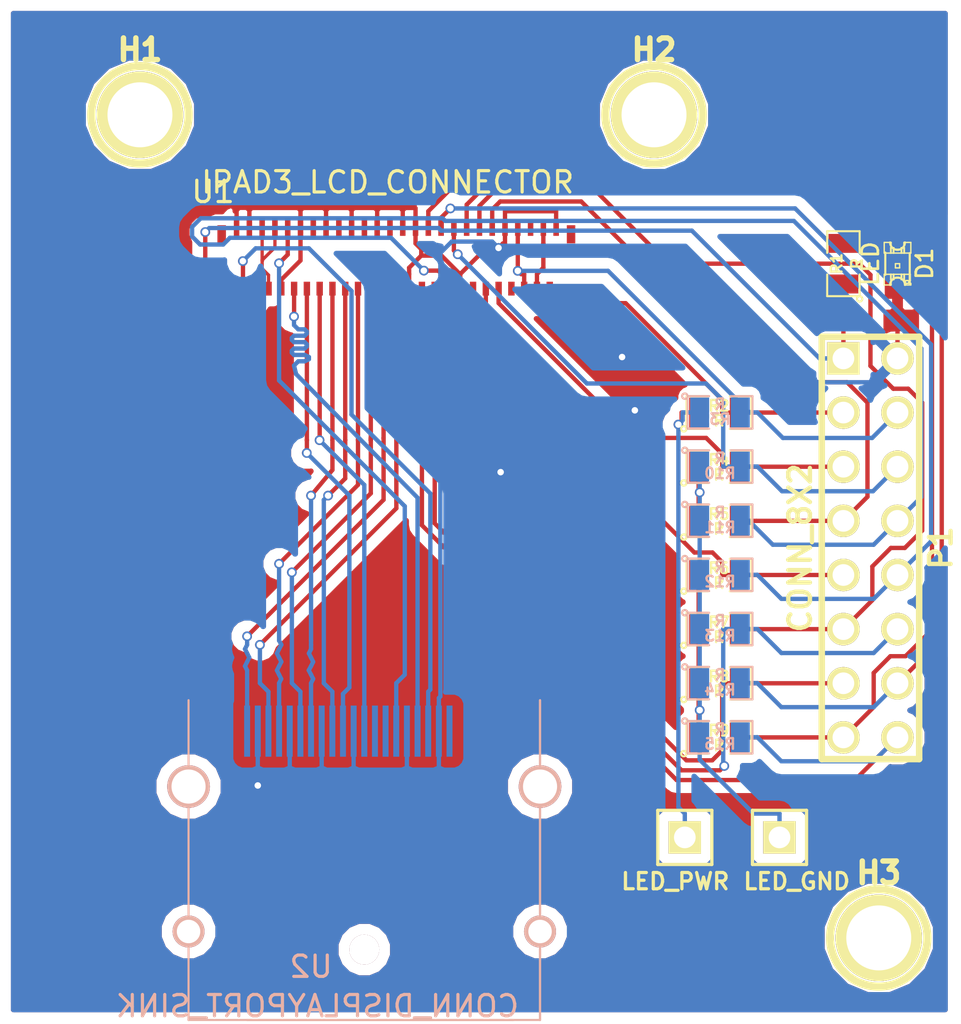
<source format=kicad_pcb>
(kicad_pcb (version 3) (host pcbnew "(2013-04-19 BZR 4011)-stable")

  (general
    (links 81)
    (no_connects 0)
    (area 124.874499 93.674499 169.9006 141.829001)
    (thickness 1.6)
    (drawings 4)
    (tracks 440)
    (zones 0)
    (modules 24)
    (nets 31)
  )

  (page A3)
  (layers
    (15 F.Cu signal)
    (0 B.Cu signal)
    (16 B.Adhes user)
    (17 F.Adhes user)
    (18 B.Paste user)
    (19 F.Paste user)
    (20 B.SilkS user)
    (21 F.SilkS user)
    (22 B.Mask user)
    (23 F.Mask user)
    (24 Dwgs.User user)
    (25 Cmts.User user)
    (26 Eco1.User user)
    (27 Eco2.User user)
    (28 Edge.Cuts user)
  )

  (setup
    (last_trace_width 0.2032)
    (trace_clearance 0.254)
    (zone_clearance 0.508)
    (zone_45_only no)
    (trace_min 0.1524)
    (segment_width 0.2)
    (edge_width 0.001)
    (via_size 0.4572)
    (via_drill 0.3048)
    (via_min_size 0.4572)
    (via_min_drill 0.3048)
    (uvia_size 0.508)
    (uvia_drill 0.127)
    (uvias_allowed no)
    (uvia_min_size 0.508)
    (uvia_min_drill 0.127)
    (pcb_text_width 0.3)
    (pcb_text_size 1.5 1.5)
    (mod_edge_width 0.001)
    (mod_text_size 1 1)
    (mod_text_width 0.15)
    (pad_size 4.064 4.064)
    (pad_drill 3.048)
    (pad_to_mask_clearance 0)
    (aux_axis_origin 0 0)
    (visible_elements 7FFFFFFF)
    (pcbplotparams
      (layerselection 284983297)
      (usegerberextensions true)
      (excludeedgelayer false)
      (linewidth 152400)
      (plotframeref false)
      (viasonmask false)
      (mode 1)
      (useauxorigin false)
      (hpglpennumber 1)
      (hpglpenspeed 20)
      (hpglpendiameter 15)
      (hpglpenoverlay 2)
      (psnegative false)
      (psa4output false)
      (plotreference true)
      (plotvalue false)
      (plotothertext true)
      (plotinvisibletext false)
      (padsonsilk false)
      (subtractmaskfromsilk false)
      (outputformat 1)
      (mirror false)
      (drillshape 0)
      (scaleselection 1)
      (outputdirectory gerber/))
  )

  (net 0 "")
  (net 1 +3.3V)
  (net 2 /AUX_N)
  (net 3 /AUX_P)
  (net 4 /HPD)
  (net 5 /LANE0_N)
  (net 6 /LANE0_P)
  (net 7 /LANE1_N)
  (net 8 /LANE1_P)
  (net 9 /LANE2_P)
  (net 10 /LANE3_N)
  (net 11 /LANE3_P)
  (net 12 /LANE_2N)
  (net 13 /LEDA_1)
  (net 14 /LEDA_2)
  (net 15 /LEDC_1A)
  (net 16 /LEDC_1B)
  (net 17 /LEDC_2A)
  (net 18 /LEDC_2B)
  (net 19 /LEDC_3A)
  (net 20 /LEDC_3B)
  (net 21 /LEDC_4A)
  (net 22 /LEDC_4B)
  (net 23 /LEDC_5A)
  (net 24 /LEDC_5B)
  (net 25 /LEDC_6A)
  (net 26 /LEDC_6b)
  (net 27 /LED_GND)
  (net 28 /LED_PWR)
  (net 29 GND)
  (net 30 N-000009)

  (net_class Default "This is the default net class."
    (clearance 0.254)
    (trace_width 0.2032)
    (via_dia 0.4572)
    (via_drill 0.3048)
    (uvia_dia 0.508)
    (uvia_drill 0.127)
    (add_net "")
    (add_net +3.3V)
    (add_net /AUX_N)
    (add_net /AUX_P)
    (add_net /HPD)
    (add_net /LANE0_N)
    (add_net /LANE0_P)
    (add_net /LANE1_N)
    (add_net /LANE1_P)
    (add_net /LANE2_P)
    (add_net /LANE3_N)
    (add_net /LANE3_P)
    (add_net /LANE_2N)
    (add_net /LEDA_1)
    (add_net /LEDA_2)
    (add_net /LEDC_1A)
    (add_net /LEDC_1B)
    (add_net /LEDC_2A)
    (add_net /LEDC_2B)
    (add_net /LEDC_3A)
    (add_net /LEDC_3B)
    (add_net /LEDC_4A)
    (add_net /LEDC_4B)
    (add_net /LEDC_5A)
    (add_net /LEDC_5B)
    (add_net /LEDC_6A)
    (add_net /LEDC_6b)
    (add_net /LED_GND)
    (add_net /LED_PWR)
    (add_net GND)
    (add_net N-000009)
  )

  (net_class backlight_power ""
    (clearance 0.254)
    (trace_width 0.508)
    (via_dia 0.4572)
    (via_drill 0.3048)
    (uvia_dia 0.508)
    (uvia_drill 0.127)
  )

  (module DP_connector_MC34467 (layer B.Cu) (tedit 51897A1E) (tstamp 5183D6FA)
    (at 139.475 139.025 180)
    (path /51826C72)
    (fp_text reference U2 (at 0 0 180) (layer B.SilkS)
      (effects (font (size 1 1) (thickness 0.15)) (justify mirror))
    )
    (fp_text value CONN_DISPLAYPORT_SINK (at -0.3 -1.85 180) (layer B.SilkS)
      (effects (font (size 1 1) (thickness 0.15)) (justify mirror))
    )
    (fp_line (start 5.75 -2.5) (end 5.75 12.5) (layer B.SilkS) (width 0.1))
    (fp_line (start 5.75 -2.5) (end -10.75 -2.5) (layer B.SilkS) (width 0.1))
    (fp_line (start -10.75 -2.5) (end -10.75 12.5) (layer B.SilkS) (width 0.1))
    (fp_line (start -10.75 -2.5) (end -10.75 12.5) (layer B.SilkS))
    (fp_line (start 3 -2.5) (end -9.5 -2.5) (layer B.SilkS))
    (pad 22 thru_hole circle (at -10.75 8.45 180) (size 2 2) (drill 1.6)
      (layers *.Cu *.Mask B.SilkS)
    )
    (pad 1 smd rect (at 3 11.05 180) (size 0.28 2.4)
      (layers B.Cu B.Paste B.Mask)
      (net 10 /LANE3_N)
    )
    (pad 2 smd rect (at 2.5 11.05 180) (size 0.28 2.4)
      (layers B.Cu B.Paste B.Mask)
      (net 29 GND)
    )
    (pad 3 smd rect (at 2 11.05 180) (size 0.28 2.4)
      (layers B.Cu B.Paste B.Mask)
      (net 11 /LANE3_P)
    )
    (pad 4 smd rect (at 1.5 11.05 180) (size 0.28 2.4)
      (layers B.Cu B.Paste B.Mask)
      (net 12 /LANE_2N)
    )
    (pad 5 smd rect (at 1 11.05 180) (size 0.28 2.4)
      (layers B.Cu B.Paste B.Mask)
      (net 29 GND)
    )
    (pad 6 smd rect (at 0.5 11.05 180) (size 0.28 2.4)
      (layers B.Cu B.Paste B.Mask)
      (net 9 /LANE2_P)
    )
    (pad 7 smd rect (at 0 11.05 180) (size 0.28 2.4)
      (layers B.Cu B.Paste B.Mask)
      (net 7 /LANE1_N)
    )
    (pad 8 smd rect (at -0.5 11.05 180) (size 0.28 2.4)
      (layers B.Cu B.Paste B.Mask)
      (net 29 GND)
    )
    (pad 9 smd rect (at -1 11.05 180) (size 0.28 2.4)
      (layers B.Cu B.Paste B.Mask)
      (net 8 /LANE1_P)
    )
    (pad 10 smd rect (at -1.5 11.05 180) (size 0.28 2.4)
      (layers B.Cu B.Paste B.Mask)
      (net 5 /LANE0_N)
    )
    (pad 11 smd rect (at -2 11.05 180) (size 0.28 2.4)
      (layers B.Cu B.Paste B.Mask)
      (net 29 GND)
    )
    (pad 12 smd rect (at -2.5 11.05 180) (size 0.28 2.4)
      (layers B.Cu B.Paste B.Mask)
      (net 6 /LANE0_P)
    )
    (pad 13 smd rect (at -3 11.05 180) (size 0.28 2.4)
      (layers B.Cu B.Paste B.Mask)
    )
    (pad 14 smd rect (at -3.5 11.05 180) (size 0.28 2.4)
      (layers B.Cu B.Paste B.Mask)
    )
    (pad 15 smd rect (at -4 11.05 180) (size 0.28 2.4)
      (layers B.Cu B.Paste B.Mask)
      (net 3 /AUX_P)
    )
    (pad 16 smd rect (at -4.5 11.05 180) (size 0.28 2.4)
      (layers B.Cu B.Paste B.Mask)
      (net 29 GND)
    )
    (pad 17 smd rect (at -5 11.05 180) (size 0.28 2.4)
      (layers B.Cu B.Paste B.Mask)
      (net 2 /AUX_N)
    )
    (pad 18 smd rect (at -5.5 11.05 180) (size 0.28 2.4)
      (layers B.Cu B.Paste B.Mask)
      (net 4 /HPD)
    )
    (pad 19 smd rect (at -6 11.05 180) (size 0.28 2.4)
      (layers B.Cu B.Paste B.Mask)
      (net 29 GND)
    )
    (pad 20 smd rect (at -6.5 11.05 180) (size 0.28 2.4)
      (layers B.Cu B.Paste B.Mask)
    )
    (pad 21 thru_hole circle (at 5.75 8.45 180) (size 2 2) (drill 1.6)
      (layers *.Cu *.Mask B.SilkS)
    )
    (pad 23 thru_hole circle (at 5.75 1.65 180) (size 1.5 1.5) (drill 1.1)
      (layers *.Cu *.Mask B.SilkS)
    )
    (pad 26 thru_hole circle (at -10.75 1.65 180) (size 1.5 1.5) (drill 1.1)
      (layers *.Cu *.Mask B.SilkS)
    )
    (pad "" thru_hole circle (at -2.5 0.8 180) (size 1.4 1.4) (drill 1.4)
      (layers *.Cu *.Mask B.SilkS)
    )
  )

  (module pin_array_8x2 (layer F.Cu) (tedit 3FB38B89) (tstamp 5182B96F)
    (at 165.735 119.38 270)
    (descr "Double rangee de contacts 2 x 8 pins")
    (tags CONN)
    (path /51826886)
    (fp_text reference P1 (at 0 -3.302 270) (layer F.SilkS)
      (effects (font (size 1.016 1.016) (thickness 0.2032)))
    )
    (fp_text value CONN_8X2 (at 0 3.302 270) (layer F.SilkS)
      (effects (font (size 1.016 1.016) (thickness 0.2032)))
    )
    (fp_line (start -9.906 2.286) (end -9.906 -2.286) (layer F.SilkS) (width 0.3048))
    (fp_line (start -9.906 -2.286) (end 9.906 -2.286) (layer F.SilkS) (width 0.3048))
    (fp_line (start 9.906 -2.286) (end 9.906 2.286) (layer F.SilkS) (width 0.3048))
    (fp_line (start 9.906 2.286) (end -9.906 2.286) (layer F.SilkS) (width 0.3048))
    (pad 1 thru_hole rect (at -8.89 1.27 270) (size 1.524 1.524) (drill 1.016)
      (layers *.Cu *.Mask F.SilkS)
      (net 1 +3.3V)
    )
    (pad 2 thru_hole circle (at -8.89 -1.27 270) (size 1.524 1.524) (drill 1.016)
      (layers *.Cu *.Mask F.SilkS)
      (net 29 GND)
    )
    (pad 3 thru_hole circle (at -6.35 1.27 270) (size 1.524 1.524) (drill 1.016)
      (layers *.Cu *.Mask F.SilkS)
      (net 13 /LEDA_1)
    )
    (pad 4 thru_hole circle (at -6.35 -1.27 270) (size 1.524 1.524) (drill 1.016)
      (layers *.Cu *.Mask F.SilkS)
      (net 14 /LEDA_2)
    )
    (pad 5 thru_hole circle (at -3.81 1.27 270) (size 1.524 1.524) (drill 1.016)
      (layers *.Cu *.Mask F.SilkS)
      (net 15 /LEDC_1A)
    )
    (pad 6 thru_hole circle (at -3.81 -1.27 270) (size 1.524 1.524) (drill 1.016)
      (layers *.Cu *.Mask F.SilkS)
      (net 16 /LEDC_1B)
    )
    (pad 7 thru_hole circle (at -1.27 1.27 270) (size 1.524 1.524) (drill 1.016)
      (layers *.Cu *.Mask F.SilkS)
      (net 17 /LEDC_2A)
    )
    (pad 8 thru_hole circle (at -1.27 -1.27 270) (size 1.524 1.524) (drill 1.016)
      (layers *.Cu *.Mask F.SilkS)
      (net 18 /LEDC_2B)
    )
    (pad 9 thru_hole circle (at 1.27 1.27 270) (size 1.524 1.524) (drill 1.016)
      (layers *.Cu *.Mask F.SilkS)
      (net 19 /LEDC_3A)
    )
    (pad 10 thru_hole circle (at 1.27 -1.27 270) (size 1.524 1.524) (drill 1.016)
      (layers *.Cu *.Mask F.SilkS)
      (net 20 /LEDC_3B)
    )
    (pad 11 thru_hole circle (at 3.81 1.27 270) (size 1.524 1.524) (drill 1.016)
      (layers *.Cu *.Mask F.SilkS)
      (net 21 /LEDC_4A)
    )
    (pad 12 thru_hole circle (at 3.81 -1.27 270) (size 1.524 1.524) (drill 1.016)
      (layers *.Cu *.Mask F.SilkS)
      (net 22 /LEDC_4B)
    )
    (pad 13 thru_hole circle (at 6.35 1.27 270) (size 1.524 1.524) (drill 1.016)
      (layers *.Cu *.Mask F.SilkS)
      (net 23 /LEDC_5A)
    )
    (pad 14 thru_hole circle (at 6.35 -1.27 270) (size 1.524 1.524) (drill 1.016)
      (layers *.Cu *.Mask F.SilkS)
      (net 24 /LEDC_5B)
    )
    (pad 15 thru_hole circle (at 8.89 1.27 270) (size 1.524 1.524) (drill 1.016)
      (layers *.Cu *.Mask F.SilkS)
      (net 25 /LEDC_6A)
    )
    (pad 16 thru_hole circle (at 8.89 -1.27 270) (size 1.524 1.524) (drill 1.016)
      (layers *.Cu *.Mask F.SilkS)
      (net 26 /LEDC_6b)
    )
    (model pin_array/pins_array_8x2.wrl
      (at (xyz 0 0 0))
      (scale (xyz 1 1 1))
      (rotate (xyz 0 0 0))
    )
  )

  (module ipad3_lcd_connector (layer F.Cu) (tedit 51897D12) (tstamp 5182B9A8)
    (at 150.98 103.94 180)
    (path /51826C63)
    (fp_text reference U1 (at 16.105 1.265 180) (layer F.SilkS)
      (effects (font (size 1 1) (thickness 0.15)))
    )
    (fp_text value IPAD3_LCD_CONNECTOR (at 7.905 1.715 180) (layer F.SilkS)
      (effects (font (size 1 1) (thickness 0.15)))
    )
    (pad 44 smd rect (at 2.1 -3.275 180) (size 0.3 0.65)
      (layers F.Cu F.Paste F.Mask)
    )
    (pad 46 smd rect (at 1.5 -3.275 180) (size 0.3 0.65)
      (layers F.Cu F.Paste F.Mask)
      (net 14 /LEDA_2)
    )
    (pad 48 smd rect (at 0.9 -3.275 180) (size 0.3 0.65)
      (layers F.Cu F.Paste F.Mask)
      (net 13 /LEDA_1)
    )
    (pad 42 smd rect (at 2.7 -3.275 180) (size 0.3 0.65)
      (layers F.Cu F.Paste F.Mask)
      (net 15 /LEDC_1A)
    )
    (pad 40 smd rect (at 3.3 -3.275 180) (size 0.3 0.65)
      (layers F.Cu F.Paste F.Mask)
      (net 19 /LEDC_3A)
    )
    (pad 38 smd rect (at 3.9 -3.275 180) (size 0.3 0.65)
      (layers F.Cu F.Paste F.Mask)
      (net 23 /LEDC_5A)
    )
    (pad 26 smd rect (at 7.5 -3.275 180) (size 0.3 0.65)
      (layers F.Cu F.Paste F.Mask)
      (net 11 /LANE3_P)
    )
    (pad 28 smd rect (at 6.9 -3.275 180) (size 0.3 0.65)
      (layers F.Cu F.Paste F.Mask)
      (net 29 GND)
    )
    (pad 30 smd rect (at 6.3 -3.275 180) (size 0.3 0.65)
      (layers F.Cu F.Paste F.Mask)
      (net 26 /LEDC_6b)
    )
    (pad 36 smd rect (at 4.5 -3.275 180) (size 0.3 0.65)
      (layers F.Cu F.Paste F.Mask)
      (net 29 GND)
    )
    (pad 34 smd rect (at 5.1 -3.275 180) (size 0.3 0.65)
      (layers F.Cu F.Paste F.Mask)
      (net 18 /LEDC_2B)
    )
    (pad 32 smd rect (at 5.7 -3.275 180) (size 0.3 0.65)
      (layers F.Cu F.Paste F.Mask)
      (net 22 /LEDC_4B)
    )
    (pad 8 smd rect (at 12.9 -3.275 180) (size 0.3 0.65)
      (layers F.Cu F.Paste F.Mask)
      (net 29 GND)
    )
    (pad 10 smd rect (at 12.3 -3.275 180) (size 0.3 0.65)
      (layers F.Cu F.Paste F.Mask)
      (net 2 /AUX_N)
    )
    (pad 12 smd rect (at 11.7 -3.275 180) (size 0.3 0.65)
      (layers F.Cu F.Paste F.Mask)
      (net 5 /LANE0_N)
    )
    (pad 6 smd rect (at 13.5 -3.275 180) (size 0.3 0.65)
      (layers F.Cu F.Paste F.Mask)
      (net 1 +3.3V)
    )
    (pad 4 smd rect (at 14.1 -3.275 180) (size 0.3 0.65)
      (layers F.Cu F.Paste F.Mask)
      (net 1 +3.3V)
    )
    (pad 2 smd rect (at 14.7 -3.275 180) (size 0.3 0.65)
      (layers F.Cu F.Paste F.Mask)
      (net 4 /HPD)
    )
    (pad 14 smd rect (at 11.1 -3.275 180) (size 0.3 0.65)
      (layers F.Cu F.Paste F.Mask)
      (net 6 /LANE0_P)
    )
    (pad 16 smd rect (at 10.5 -3.275 180) (size 0.3 0.65)
      (layers F.Cu F.Paste F.Mask)
      (net 7 /LANE1_N)
    )
    (pad 18 smd rect (at 9.9 -3.275 180) (size 0.3 0.65)
      (layers F.Cu F.Paste F.Mask)
      (net 8 /LANE1_P)
    )
    (pad 24 smd rect (at 8.1 -3.275 180) (size 0.3 0.65)
      (layers F.Cu F.Paste F.Mask)
      (net 10 /LANE3_N)
    )
    (pad 22 smd rect (at 8.7 -3.275 180) (size 0.3 0.65)
      (layers F.Cu F.Paste F.Mask)
      (net 9 /LANE2_P)
    )
    (pad 20 smd rect (at 9.3 -3.275 180) (size 0.3 0.65)
      (layers F.Cu F.Paste F.Mask)
      (net 12 /LANE_2N)
    )
    (pad 50 smd rect (at 0.3 -3.275 180) (size 0.3 0.65)
      (layers F.Cu F.Paste F.Mask)
    )
    (pad 1 smd rect (at 15 -0.4 180) (size 0.26 0.8)
      (layers F.Cu F.Paste F.Mask)
      (net 29 GND)
    )
    (pad 3 smd rect (at 14.4 -0.4 180) (size 0.26 0.8)
      (layers F.Cu F.Paste F.Mask)
      (net 29 GND)
    )
    (pad 5 smd rect (at 13.8 -0.4 180) (size 0.26 0.8)
      (layers F.Cu F.Paste F.Mask)
      (net 1 +3.3V)
    )
    (pad 7 smd rect (at 13.2 -0.4 180) (size 0.26 0.8)
      (layers F.Cu F.Paste F.Mask)
      (net 1 +3.3V)
    )
    (pad 9 smd rect (at 12.6 -0.4 180) (size 0.26 0.8)
      (layers F.Cu F.Paste F.Mask)
      (net 3 /AUX_P)
    )
    (pad 11 smd rect (at 12 -0.4 180) (size 0.26 0.8)
      (layers F.Cu F.Paste F.Mask)
      (net 29 GND)
    )
    (pad 13 smd rect (at 11.4 -0.4 180) (size 0.26 0.8)
      (layers F.Cu F.Paste F.Mask)
    )
    (pad 15 smd rect (at 10.8 -0.4 180) (size 0.26 0.8)
      (layers F.Cu F.Paste F.Mask)
      (net 29 GND)
    )
    (pad 17 smd rect (at 10.2 -0.4 180) (size 0.26 0.8)
      (layers F.Cu F.Paste F.Mask)
    )
    (pad 19 smd rect (at 9.6 -0.4 180) (size 0.26 0.8)
      (layers F.Cu F.Paste F.Mask)
      (net 29 GND)
    )
    (pad 21 smd rect (at 9 -0.4 180) (size 0.26 0.8)
      (layers F.Cu F.Paste F.Mask)
    )
    (pad 23 smd rect (at 8.4 -0.4 180) (size 0.26 0.8)
      (layers F.Cu F.Paste F.Mask)
      (net 29 GND)
    )
    (pad 25 smd rect (at 7.8 -0.4 180) (size 0.26 0.8)
      (layers F.Cu F.Paste F.Mask)
    )
    (pad 27 smd rect (at 7.2 -0.4 180) (size 0.26 0.8)
      (layers F.Cu F.Paste F.Mask)
      (net 29 GND)
    )
    (pad 29 smd rect (at 6.6 -0.4 180) (size 0.26 0.8)
      (layers F.Cu F.Paste F.Mask)
      (net 29 GND)
    )
    (pad 31 smd rect (at 6 -0.4 180) (size 0.26 0.8)
      (layers F.Cu F.Paste F.Mask)
      (net 24 /LEDC_5B)
    )
    (pad 33 smd rect (at 5.4 -0.4 180) (size 0.26 0.8)
      (layers F.Cu F.Paste F.Mask)
      (net 20 /LEDC_3B)
    )
    (pad 35 smd rect (at 4.8 -0.4 180) (size 0.26 0.8)
      (layers F.Cu F.Paste F.Mask)
      (net 16 /LEDC_1B)
    )
    (pad 37 smd rect (at 4.2 -0.4 180) (size 0.26 0.8)
      (layers F.Cu F.Paste F.Mask)
      (net 25 /LEDC_6A)
    )
    (pad 39 smd rect (at 3.6 -0.4 180) (size 0.26 0.8)
      (layers F.Cu F.Paste F.Mask)
      (net 21 /LEDC_4A)
    )
    (pad 41 smd rect (at 3 -0.4 180) (size 0.26 0.8)
      (layers F.Cu F.Paste F.Mask)
      (net 17 /LEDC_2A)
    )
    (pad 43 smd rect (at 2.4 -0.4 180) (size 0.26 0.8)
      (layers F.Cu F.Paste F.Mask)
      (net 29 GND)
    )
    (pad 45 smd rect (at 1.8 -0.4 180) (size 0.26 0.8)
      (layers F.Cu F.Paste F.Mask)
      (net 14 /LEDA_2)
    )
    (pad 47 smd rect (at 1.2 -0.4 180) (size 0.26 0.8)
      (layers F.Cu F.Paste F.Mask)
    )
    (pad 49 smd rect (at 0.6 -0.4 180) (size 0.26 0.8)
      (layers F.Cu F.Paste F.Mask)
      (net 13 /LEDA_1)
    )
    (pad 51 smd rect (at 0 -0.4 180) (size 0.26 0.8)
      (layers F.Cu F.Paste F.Mask)
      (net 29 GND)
    )
    (pad 52 smd rect (at 15.7 -0.725 180) (size 0.4 0.85)
      (layers F.Cu F.Paste F.Mask)
    )
    (pad 53 smd rect (at -0.7 -0.725 180) (size 0.4 0.85)
      (layers F.Cu F.Paste F.Mask)
    )
  )

  (module SM0805 (layer F.Cu) (tedit 5183CAC7) (tstamp 5183CA86)
    (at 164.465 106.045 90)
    (path /518305E0)
    (attr smd)
    (fp_text reference R1 (at 0 -0.3175 90) (layer F.SilkS)
      (effects (font (size 0.50038 0.50038) (thickness 0.10922)))
    )
    (fp_text value R (at 0 0.635 90) (layer F.SilkS)
      (effects (font (size 0.50038 0.50038) (thickness 0.10922)))
    )
    (fp_circle (center -1.651 0.762) (end -1.651 0.635) (layer F.SilkS) (width 0.09906))
    (fp_line (start -0.508 0.762) (end -1.524 0.762) (layer F.SilkS) (width 0.09906))
    (fp_line (start -1.524 0.762) (end -1.524 -0.762) (layer F.SilkS) (width 0.09906))
    (fp_line (start -1.524 -0.762) (end -0.508 -0.762) (layer F.SilkS) (width 0.09906))
    (fp_line (start 0.508 -0.762) (end 1.524 -0.762) (layer F.SilkS) (width 0.09906))
    (fp_line (start 1.524 -0.762) (end 1.524 0.762) (layer F.SilkS) (width 0.09906))
    (fp_line (start 1.524 0.762) (end 0.508 0.762) (layer F.SilkS) (width 0.09906))
    (pad 1 smd rect (at -0.9525 0 90) (size 0.889 1.397)
      (layers F.Cu F.Paste F.Mask)
      (net 1 +3.3V)
    )
    (pad 2 smd rect (at 0.9525 0 90) (size 0.889 1.397)
      (layers F.Cu F.Paste F.Mask)
      (net 30 N-000009)
    )
    (model smd/chip_cms.wrl
      (at (xyz 0 0 0))
      (scale (xyz 0.1 0.1 0.1))
      (rotate (xyz 0 0 0))
    )
  )

  (module LED-0805 (layer F.Cu) (tedit 49DC4C0B) (tstamp 5183CAC1)
    (at 167.005 106.045 270)
    (descr "LED 0805 smd package")
    (tags "LED 0805 SMD")
    (path /518305EF)
    (attr smd)
    (fp_text reference D1 (at 0 -1.27 270) (layer F.SilkS)
      (effects (font (size 0.762 0.762) (thickness 0.127)))
    )
    (fp_text value LED (at 0 1.27 270) (layer F.SilkS)
      (effects (font (size 0.762 0.762) (thickness 0.127)))
    )
    (fp_line (start 0.49784 0.29972) (end 0.49784 0.62484) (layer F.SilkS) (width 0.06604))
    (fp_line (start 0.49784 0.62484) (end 0.99822 0.62484) (layer F.SilkS) (width 0.06604))
    (fp_line (start 0.99822 0.29972) (end 0.99822 0.62484) (layer F.SilkS) (width 0.06604))
    (fp_line (start 0.49784 0.29972) (end 0.99822 0.29972) (layer F.SilkS) (width 0.06604))
    (fp_line (start 0.49784 -0.32258) (end 0.49784 -0.17272) (layer F.SilkS) (width 0.06604))
    (fp_line (start 0.49784 -0.17272) (end 0.7493 -0.17272) (layer F.SilkS) (width 0.06604))
    (fp_line (start 0.7493 -0.32258) (end 0.7493 -0.17272) (layer F.SilkS) (width 0.06604))
    (fp_line (start 0.49784 -0.32258) (end 0.7493 -0.32258) (layer F.SilkS) (width 0.06604))
    (fp_line (start 0.49784 0.17272) (end 0.49784 0.32258) (layer F.SilkS) (width 0.06604))
    (fp_line (start 0.49784 0.32258) (end 0.7493 0.32258) (layer F.SilkS) (width 0.06604))
    (fp_line (start 0.7493 0.17272) (end 0.7493 0.32258) (layer F.SilkS) (width 0.06604))
    (fp_line (start 0.49784 0.17272) (end 0.7493 0.17272) (layer F.SilkS) (width 0.06604))
    (fp_line (start 0.49784 -0.19812) (end 0.49784 0.19812) (layer F.SilkS) (width 0.06604))
    (fp_line (start 0.49784 0.19812) (end 0.6731 0.19812) (layer F.SilkS) (width 0.06604))
    (fp_line (start 0.6731 -0.19812) (end 0.6731 0.19812) (layer F.SilkS) (width 0.06604))
    (fp_line (start 0.49784 -0.19812) (end 0.6731 -0.19812) (layer F.SilkS) (width 0.06604))
    (fp_line (start -0.99822 0.29972) (end -0.99822 0.62484) (layer F.SilkS) (width 0.06604))
    (fp_line (start -0.99822 0.62484) (end -0.49784 0.62484) (layer F.SilkS) (width 0.06604))
    (fp_line (start -0.49784 0.29972) (end -0.49784 0.62484) (layer F.SilkS) (width 0.06604))
    (fp_line (start -0.99822 0.29972) (end -0.49784 0.29972) (layer F.SilkS) (width 0.06604))
    (fp_line (start -0.99822 -0.62484) (end -0.99822 -0.29972) (layer F.SilkS) (width 0.06604))
    (fp_line (start -0.99822 -0.29972) (end -0.49784 -0.29972) (layer F.SilkS) (width 0.06604))
    (fp_line (start -0.49784 -0.62484) (end -0.49784 -0.29972) (layer F.SilkS) (width 0.06604))
    (fp_line (start -0.99822 -0.62484) (end -0.49784 -0.62484) (layer F.SilkS) (width 0.06604))
    (fp_line (start -0.7493 0.17272) (end -0.7493 0.32258) (layer F.SilkS) (width 0.06604))
    (fp_line (start -0.7493 0.32258) (end -0.49784 0.32258) (layer F.SilkS) (width 0.06604))
    (fp_line (start -0.49784 0.17272) (end -0.49784 0.32258) (layer F.SilkS) (width 0.06604))
    (fp_line (start -0.7493 0.17272) (end -0.49784 0.17272) (layer F.SilkS) (width 0.06604))
    (fp_line (start -0.7493 -0.32258) (end -0.7493 -0.17272) (layer F.SilkS) (width 0.06604))
    (fp_line (start -0.7493 -0.17272) (end -0.49784 -0.17272) (layer F.SilkS) (width 0.06604))
    (fp_line (start -0.49784 -0.32258) (end -0.49784 -0.17272) (layer F.SilkS) (width 0.06604))
    (fp_line (start -0.7493 -0.32258) (end -0.49784 -0.32258) (layer F.SilkS) (width 0.06604))
    (fp_line (start -0.6731 -0.19812) (end -0.6731 0.19812) (layer F.SilkS) (width 0.06604))
    (fp_line (start -0.6731 0.19812) (end -0.49784 0.19812) (layer F.SilkS) (width 0.06604))
    (fp_line (start -0.49784 -0.19812) (end -0.49784 0.19812) (layer F.SilkS) (width 0.06604))
    (fp_line (start -0.6731 -0.19812) (end -0.49784 -0.19812) (layer F.SilkS) (width 0.06604))
    (fp_line (start 0 -0.09906) (end 0 0.09906) (layer F.SilkS) (width 0.06604))
    (fp_line (start 0 0.09906) (end 0.19812 0.09906) (layer F.SilkS) (width 0.06604))
    (fp_line (start 0.19812 -0.09906) (end 0.19812 0.09906) (layer F.SilkS) (width 0.06604))
    (fp_line (start 0 -0.09906) (end 0.19812 -0.09906) (layer F.SilkS) (width 0.06604))
    (fp_line (start 0.49784 -0.59944) (end 0.49784 -0.29972) (layer F.SilkS) (width 0.06604))
    (fp_line (start 0.49784 -0.29972) (end 0.79756 -0.29972) (layer F.SilkS) (width 0.06604))
    (fp_line (start 0.79756 -0.59944) (end 0.79756 -0.29972) (layer F.SilkS) (width 0.06604))
    (fp_line (start 0.49784 -0.59944) (end 0.79756 -0.59944) (layer F.SilkS) (width 0.06604))
    (fp_line (start 0.92456 -0.62484) (end 0.92456 -0.39878) (layer F.SilkS) (width 0.06604))
    (fp_line (start 0.92456 -0.39878) (end 0.99822 -0.39878) (layer F.SilkS) (width 0.06604))
    (fp_line (start 0.99822 -0.62484) (end 0.99822 -0.39878) (layer F.SilkS) (width 0.06604))
    (fp_line (start 0.92456 -0.62484) (end 0.99822 -0.62484) (layer F.SilkS) (width 0.06604))
    (fp_line (start 0.52324 0.57404) (end -0.52324 0.57404) (layer F.SilkS) (width 0.1016))
    (fp_line (start -0.49784 -0.57404) (end 0.92456 -0.57404) (layer F.SilkS) (width 0.1016))
    (fp_circle (center 0.84836 -0.44958) (end 0.89916 -0.50038) (layer F.SilkS) (width 0.0508))
    (fp_arc (start 0.99822 0) (end 0.99822 0.34798) (angle 180) (layer F.SilkS) (width 0.1016))
    (fp_arc (start -0.99822 0) (end -0.99822 -0.34798) (angle 180) (layer F.SilkS) (width 0.1016))
    (pad 1 smd rect (at -1.04902 0 270) (size 1.19888 1.19888)
      (layers F.Cu F.Paste F.Mask)
      (net 30 N-000009)
    )
    (pad 2 smd rect (at 1.04902 0 270) (size 1.19888 1.19888)
      (layers F.Cu F.Paste F.Mask)
      (net 29 GND)
    )
  )

  (module SM0805 (layer F.Cu) (tedit 5091495C) (tstamp 51855DE3)
    (at 158.623 118.11)
    (path /51855C7B)
    (attr smd)
    (fp_text reference R5 (at 0 -0.3175) (layer F.SilkS)
      (effects (font (size 0.50038 0.50038) (thickness 0.10922)))
    )
    (fp_text value R (at 0 0.381) (layer F.SilkS)
      (effects (font (size 0.50038 0.50038) (thickness 0.10922)))
    )
    (fp_circle (center -1.651 0.762) (end -1.651 0.635) (layer F.SilkS) (width 0.09906))
    (fp_line (start -0.508 0.762) (end -1.524 0.762) (layer F.SilkS) (width 0.09906))
    (fp_line (start -1.524 0.762) (end -1.524 -0.762) (layer F.SilkS) (width 0.09906))
    (fp_line (start -1.524 -0.762) (end -0.508 -0.762) (layer F.SilkS) (width 0.09906))
    (fp_line (start 0.508 -0.762) (end 1.524 -0.762) (layer F.SilkS) (width 0.09906))
    (fp_line (start 1.524 -0.762) (end 1.524 0.762) (layer F.SilkS) (width 0.09906))
    (fp_line (start 1.524 0.762) (end 0.508 0.762) (layer F.SilkS) (width 0.09906))
    (pad 1 smd rect (at -0.9525 0) (size 0.889 1.397)
      (layers F.Cu F.Paste F.Mask)
      (net 27 /LED_GND)
    )
    (pad 2 smd rect (at 0.9525 0) (size 0.889 1.397)
      (layers F.Cu F.Paste F.Mask)
      (net 17 /LEDC_2A)
    )
    (model smd/chip_cms.wrl
      (at (xyz 0 0 0))
      (scale (xyz 0.1 0.1 0.1))
      (rotate (xyz 0 0 0))
    )
  )

  (module SM0805 (layer F.Cu) (tedit 5091495C) (tstamp 51855DF0)
    (at 158.623 115.57)
    (path /51855CFF)
    (attr smd)
    (fp_text reference R4 (at 0 -0.3175) (layer F.SilkS)
      (effects (font (size 0.50038 0.50038) (thickness 0.10922)))
    )
    (fp_text value R (at 0 0.381) (layer F.SilkS)
      (effects (font (size 0.50038 0.50038) (thickness 0.10922)))
    )
    (fp_circle (center -1.651 0.762) (end -1.651 0.635) (layer F.SilkS) (width 0.09906))
    (fp_line (start -0.508 0.762) (end -1.524 0.762) (layer F.SilkS) (width 0.09906))
    (fp_line (start -1.524 0.762) (end -1.524 -0.762) (layer F.SilkS) (width 0.09906))
    (fp_line (start -1.524 -0.762) (end -0.508 -0.762) (layer F.SilkS) (width 0.09906))
    (fp_line (start 0.508 -0.762) (end 1.524 -0.762) (layer F.SilkS) (width 0.09906))
    (fp_line (start 1.524 -0.762) (end 1.524 0.762) (layer F.SilkS) (width 0.09906))
    (fp_line (start 1.524 0.762) (end 0.508 0.762) (layer F.SilkS) (width 0.09906))
    (pad 1 smd rect (at -0.9525 0) (size 0.889 1.397)
      (layers F.Cu F.Paste F.Mask)
      (net 27 /LED_GND)
    )
    (pad 2 smd rect (at 0.9525 0) (size 0.889 1.397)
      (layers F.Cu F.Paste F.Mask)
      (net 15 /LEDC_1A)
    )
    (model smd/chip_cms.wrl
      (at (xyz 0 0 0))
      (scale (xyz 0.1 0.1 0.1))
      (rotate (xyz 0 0 0))
    )
  )

  (module SM0805 (layer F.Cu) (tedit 5091495C) (tstamp 51855DFD)
    (at 158.623 123.19)
    (path /51855D05)
    (attr smd)
    (fp_text reference R7 (at 0 -0.3175) (layer F.SilkS)
      (effects (font (size 0.50038 0.50038) (thickness 0.10922)))
    )
    (fp_text value R (at 0 0.381) (layer F.SilkS)
      (effects (font (size 0.50038 0.50038) (thickness 0.10922)))
    )
    (fp_circle (center -1.651 0.762) (end -1.651 0.635) (layer F.SilkS) (width 0.09906))
    (fp_line (start -0.508 0.762) (end -1.524 0.762) (layer F.SilkS) (width 0.09906))
    (fp_line (start -1.524 0.762) (end -1.524 -0.762) (layer F.SilkS) (width 0.09906))
    (fp_line (start -1.524 -0.762) (end -0.508 -0.762) (layer F.SilkS) (width 0.09906))
    (fp_line (start 0.508 -0.762) (end 1.524 -0.762) (layer F.SilkS) (width 0.09906))
    (fp_line (start 1.524 -0.762) (end 1.524 0.762) (layer F.SilkS) (width 0.09906))
    (fp_line (start 1.524 0.762) (end 0.508 0.762) (layer F.SilkS) (width 0.09906))
    (pad 1 smd rect (at -0.9525 0) (size 0.889 1.397)
      (layers F.Cu F.Paste F.Mask)
      (net 27 /LED_GND)
    )
    (pad 2 smd rect (at 0.9525 0) (size 0.889 1.397)
      (layers F.Cu F.Paste F.Mask)
      (net 21 /LEDC_4A)
    )
    (model smd/chip_cms.wrl
      (at (xyz 0 0 0))
      (scale (xyz 0.1 0.1 0.1))
      (rotate (xyz 0 0 0))
    )
  )

  (module SM0805 (layer F.Cu) (tedit 5091495C) (tstamp 51855E0A)
    (at 158.623 120.65)
    (path /51855D0B)
    (attr smd)
    (fp_text reference R6 (at 0 -0.3175) (layer F.SilkS)
      (effects (font (size 0.50038 0.50038) (thickness 0.10922)))
    )
    (fp_text value R (at 0 0.381) (layer F.SilkS)
      (effects (font (size 0.50038 0.50038) (thickness 0.10922)))
    )
    (fp_circle (center -1.651 0.762) (end -1.651 0.635) (layer F.SilkS) (width 0.09906))
    (fp_line (start -0.508 0.762) (end -1.524 0.762) (layer F.SilkS) (width 0.09906))
    (fp_line (start -1.524 0.762) (end -1.524 -0.762) (layer F.SilkS) (width 0.09906))
    (fp_line (start -1.524 -0.762) (end -0.508 -0.762) (layer F.SilkS) (width 0.09906))
    (fp_line (start 0.508 -0.762) (end 1.524 -0.762) (layer F.SilkS) (width 0.09906))
    (fp_line (start 1.524 -0.762) (end 1.524 0.762) (layer F.SilkS) (width 0.09906))
    (fp_line (start 1.524 0.762) (end 0.508 0.762) (layer F.SilkS) (width 0.09906))
    (pad 1 smd rect (at -0.9525 0) (size 0.889 1.397)
      (layers F.Cu F.Paste F.Mask)
      (net 27 /LED_GND)
    )
    (pad 2 smd rect (at 0.9525 0) (size 0.889 1.397)
      (layers F.Cu F.Paste F.Mask)
      (net 19 /LEDC_3A)
    )
    (model smd/chip_cms.wrl
      (at (xyz 0 0 0))
      (scale (xyz 0.1 0.1 0.1))
      (rotate (xyz 0 0 0))
    )
  )

  (module SM0805 (layer F.Cu) (tedit 5091495C) (tstamp 51855E17)
    (at 158.623 128.27)
    (path /51855D11)
    (attr smd)
    (fp_text reference R9 (at 0 -0.3175) (layer F.SilkS)
      (effects (font (size 0.50038 0.50038) (thickness 0.10922)))
    )
    (fp_text value R (at 0 0.381) (layer F.SilkS)
      (effects (font (size 0.50038 0.50038) (thickness 0.10922)))
    )
    (fp_circle (center -1.651 0.762) (end -1.651 0.635) (layer F.SilkS) (width 0.09906))
    (fp_line (start -0.508 0.762) (end -1.524 0.762) (layer F.SilkS) (width 0.09906))
    (fp_line (start -1.524 0.762) (end -1.524 -0.762) (layer F.SilkS) (width 0.09906))
    (fp_line (start -1.524 -0.762) (end -0.508 -0.762) (layer F.SilkS) (width 0.09906))
    (fp_line (start 0.508 -0.762) (end 1.524 -0.762) (layer F.SilkS) (width 0.09906))
    (fp_line (start 1.524 -0.762) (end 1.524 0.762) (layer F.SilkS) (width 0.09906))
    (fp_line (start 1.524 0.762) (end 0.508 0.762) (layer F.SilkS) (width 0.09906))
    (pad 1 smd rect (at -0.9525 0) (size 0.889 1.397)
      (layers F.Cu F.Paste F.Mask)
      (net 27 /LED_GND)
    )
    (pad 2 smd rect (at 0.9525 0) (size 0.889 1.397)
      (layers F.Cu F.Paste F.Mask)
      (net 25 /LEDC_6A)
    )
    (model smd/chip_cms.wrl
      (at (xyz 0 0 0))
      (scale (xyz 0.1 0.1 0.1))
      (rotate (xyz 0 0 0))
    )
  )

  (module SM0805 (layer F.Cu) (tedit 5091495C) (tstamp 51855E24)
    (at 158.623 125.73)
    (path /51855D17)
    (attr smd)
    (fp_text reference R8 (at 0 -0.3175) (layer F.SilkS)
      (effects (font (size 0.50038 0.50038) (thickness 0.10922)))
    )
    (fp_text value R (at 0 0.381) (layer F.SilkS)
      (effects (font (size 0.50038 0.50038) (thickness 0.10922)))
    )
    (fp_circle (center -1.651 0.762) (end -1.651 0.635) (layer F.SilkS) (width 0.09906))
    (fp_line (start -0.508 0.762) (end -1.524 0.762) (layer F.SilkS) (width 0.09906))
    (fp_line (start -1.524 0.762) (end -1.524 -0.762) (layer F.SilkS) (width 0.09906))
    (fp_line (start -1.524 -0.762) (end -0.508 -0.762) (layer F.SilkS) (width 0.09906))
    (fp_line (start 0.508 -0.762) (end 1.524 -0.762) (layer F.SilkS) (width 0.09906))
    (fp_line (start 1.524 -0.762) (end 1.524 0.762) (layer F.SilkS) (width 0.09906))
    (fp_line (start 1.524 0.762) (end 0.508 0.762) (layer F.SilkS) (width 0.09906))
    (pad 1 smd rect (at -0.9525 0) (size 0.889 1.397)
      (layers F.Cu F.Paste F.Mask)
      (net 27 /LED_GND)
    )
    (pad 2 smd rect (at 0.9525 0) (size 0.889 1.397)
      (layers F.Cu F.Paste F.Mask)
      (net 23 /LEDC_5A)
    )
    (model smd/chip_cms.wrl
      (at (xyz 0 0 0))
      (scale (xyz 0.1 0.1 0.1))
      (rotate (xyz 0 0 0))
    )
  )

  (module SM0805 (layer B.Cu) (tedit 5091495C) (tstamp 51855E31)
    (at 158.671 118.101)
    (path /51855D1D)
    (attr smd)
    (fp_text reference R11 (at 0 0.3175) (layer B.SilkS)
      (effects (font (size 0.50038 0.50038) (thickness 0.10922)) (justify mirror))
    )
    (fp_text value R (at 0 -0.381) (layer B.SilkS)
      (effects (font (size 0.50038 0.50038) (thickness 0.10922)) (justify mirror))
    )
    (fp_circle (center -1.651 -0.762) (end -1.651 -0.635) (layer B.SilkS) (width 0.09906))
    (fp_line (start -0.508 -0.762) (end -1.524 -0.762) (layer B.SilkS) (width 0.09906))
    (fp_line (start -1.524 -0.762) (end -1.524 0.762) (layer B.SilkS) (width 0.09906))
    (fp_line (start -1.524 0.762) (end -0.508 0.762) (layer B.SilkS) (width 0.09906))
    (fp_line (start 0.508 0.762) (end 1.524 0.762) (layer B.SilkS) (width 0.09906))
    (fp_line (start 1.524 0.762) (end 1.524 -0.762) (layer B.SilkS) (width 0.09906))
    (fp_line (start 1.524 -0.762) (end 0.508 -0.762) (layer B.SilkS) (width 0.09906))
    (pad 1 smd rect (at -0.9525 0) (size 0.889 1.397)
      (layers B.Cu B.Paste B.Mask)
      (net 27 /LED_GND)
    )
    (pad 2 smd rect (at 0.9525 0) (size 0.889 1.397)
      (layers B.Cu B.Paste B.Mask)
      (net 18 /LEDC_2B)
    )
    (model smd/chip_cms.wrl
      (at (xyz 0 0 0))
      (scale (xyz 0.1 0.1 0.1))
      (rotate (xyz 0 0 0))
    )
  )

  (module SM0805 (layer B.Cu) (tedit 5091495C) (tstamp 51855E3E)
    (at 158.671 115.561)
    (path /51855D23)
    (attr smd)
    (fp_text reference R10 (at 0 0.3175) (layer B.SilkS)
      (effects (font (size 0.50038 0.50038) (thickness 0.10922)) (justify mirror))
    )
    (fp_text value R (at 0 -0.381) (layer B.SilkS)
      (effects (font (size 0.50038 0.50038) (thickness 0.10922)) (justify mirror))
    )
    (fp_circle (center -1.651 -0.762) (end -1.651 -0.635) (layer B.SilkS) (width 0.09906))
    (fp_line (start -0.508 -0.762) (end -1.524 -0.762) (layer B.SilkS) (width 0.09906))
    (fp_line (start -1.524 -0.762) (end -1.524 0.762) (layer B.SilkS) (width 0.09906))
    (fp_line (start -1.524 0.762) (end -0.508 0.762) (layer B.SilkS) (width 0.09906))
    (fp_line (start 0.508 0.762) (end 1.524 0.762) (layer B.SilkS) (width 0.09906))
    (fp_line (start 1.524 0.762) (end 1.524 -0.762) (layer B.SilkS) (width 0.09906))
    (fp_line (start 1.524 -0.762) (end 0.508 -0.762) (layer B.SilkS) (width 0.09906))
    (pad 1 smd rect (at -0.9525 0) (size 0.889 1.397)
      (layers B.Cu B.Paste B.Mask)
      (net 27 /LED_GND)
    )
    (pad 2 smd rect (at 0.9525 0) (size 0.889 1.397)
      (layers B.Cu B.Paste B.Mask)
      (net 16 /LEDC_1B)
    )
    (model smd/chip_cms.wrl
      (at (xyz 0 0 0))
      (scale (xyz 0.1 0.1 0.1))
      (rotate (xyz 0 0 0))
    )
  )

  (module SM0805 (layer B.Cu) (tedit 5091495C) (tstamp 51855E4B)
    (at 158.671 123.181)
    (path /51855D29)
    (attr smd)
    (fp_text reference R13 (at 0 0.3175) (layer B.SilkS)
      (effects (font (size 0.50038 0.50038) (thickness 0.10922)) (justify mirror))
    )
    (fp_text value R (at 0 -0.381) (layer B.SilkS)
      (effects (font (size 0.50038 0.50038) (thickness 0.10922)) (justify mirror))
    )
    (fp_circle (center -1.651 -0.762) (end -1.651 -0.635) (layer B.SilkS) (width 0.09906))
    (fp_line (start -0.508 -0.762) (end -1.524 -0.762) (layer B.SilkS) (width 0.09906))
    (fp_line (start -1.524 -0.762) (end -1.524 0.762) (layer B.SilkS) (width 0.09906))
    (fp_line (start -1.524 0.762) (end -0.508 0.762) (layer B.SilkS) (width 0.09906))
    (fp_line (start 0.508 0.762) (end 1.524 0.762) (layer B.SilkS) (width 0.09906))
    (fp_line (start 1.524 0.762) (end 1.524 -0.762) (layer B.SilkS) (width 0.09906))
    (fp_line (start 1.524 -0.762) (end 0.508 -0.762) (layer B.SilkS) (width 0.09906))
    (pad 1 smd rect (at -0.9525 0) (size 0.889 1.397)
      (layers B.Cu B.Paste B.Mask)
      (net 27 /LED_GND)
    )
    (pad 2 smd rect (at 0.9525 0) (size 0.889 1.397)
      (layers B.Cu B.Paste B.Mask)
      (net 22 /LEDC_4B)
    )
    (model smd/chip_cms.wrl
      (at (xyz 0 0 0))
      (scale (xyz 0.1 0.1 0.1))
      (rotate (xyz 0 0 0))
    )
  )

  (module SM0805 (layer B.Cu) (tedit 5091495C) (tstamp 51855E58)
    (at 158.671 120.641)
    (path /51855D2F)
    (attr smd)
    (fp_text reference R12 (at 0 0.3175) (layer B.SilkS)
      (effects (font (size 0.50038 0.50038) (thickness 0.10922)) (justify mirror))
    )
    (fp_text value R (at 0 -0.381) (layer B.SilkS)
      (effects (font (size 0.50038 0.50038) (thickness 0.10922)) (justify mirror))
    )
    (fp_circle (center -1.651 -0.762) (end -1.651 -0.635) (layer B.SilkS) (width 0.09906))
    (fp_line (start -0.508 -0.762) (end -1.524 -0.762) (layer B.SilkS) (width 0.09906))
    (fp_line (start -1.524 -0.762) (end -1.524 0.762) (layer B.SilkS) (width 0.09906))
    (fp_line (start -1.524 0.762) (end -0.508 0.762) (layer B.SilkS) (width 0.09906))
    (fp_line (start 0.508 0.762) (end 1.524 0.762) (layer B.SilkS) (width 0.09906))
    (fp_line (start 1.524 0.762) (end 1.524 -0.762) (layer B.SilkS) (width 0.09906))
    (fp_line (start 1.524 -0.762) (end 0.508 -0.762) (layer B.SilkS) (width 0.09906))
    (pad 1 smd rect (at -0.9525 0) (size 0.889 1.397)
      (layers B.Cu B.Paste B.Mask)
      (net 27 /LED_GND)
    )
    (pad 2 smd rect (at 0.9525 0) (size 0.889 1.397)
      (layers B.Cu B.Paste B.Mask)
      (net 20 /LEDC_3B)
    )
    (model smd/chip_cms.wrl
      (at (xyz 0 0 0))
      (scale (xyz 0.1 0.1 0.1))
      (rotate (xyz 0 0 0))
    )
  )

  (module SM0805 (layer B.Cu) (tedit 5091495C) (tstamp 51855E65)
    (at 158.671 128.261)
    (path /51855D35)
    (attr smd)
    (fp_text reference R15 (at 0 0.3175) (layer B.SilkS)
      (effects (font (size 0.50038 0.50038) (thickness 0.10922)) (justify mirror))
    )
    (fp_text value R (at 0 -0.381) (layer B.SilkS)
      (effects (font (size 0.50038 0.50038) (thickness 0.10922)) (justify mirror))
    )
    (fp_circle (center -1.651 -0.762) (end -1.651 -0.635) (layer B.SilkS) (width 0.09906))
    (fp_line (start -0.508 -0.762) (end -1.524 -0.762) (layer B.SilkS) (width 0.09906))
    (fp_line (start -1.524 -0.762) (end -1.524 0.762) (layer B.SilkS) (width 0.09906))
    (fp_line (start -1.524 0.762) (end -0.508 0.762) (layer B.SilkS) (width 0.09906))
    (fp_line (start 0.508 0.762) (end 1.524 0.762) (layer B.SilkS) (width 0.09906))
    (fp_line (start 1.524 0.762) (end 1.524 -0.762) (layer B.SilkS) (width 0.09906))
    (fp_line (start 1.524 -0.762) (end 0.508 -0.762) (layer B.SilkS) (width 0.09906))
    (pad 1 smd rect (at -0.9525 0) (size 0.889 1.397)
      (layers B.Cu B.Paste B.Mask)
      (net 27 /LED_GND)
    )
    (pad 2 smd rect (at 0.9525 0) (size 0.889 1.397)
      (layers B.Cu B.Paste B.Mask)
      (net 26 /LEDC_6b)
    )
    (model smd/chip_cms.wrl
      (at (xyz 0 0 0))
      (scale (xyz 0.1 0.1 0.1))
      (rotate (xyz 0 0 0))
    )
  )

  (module SM0805 (layer B.Cu) (tedit 5091495C) (tstamp 51855E72)
    (at 158.671 125.721)
    (path /51855D3B)
    (attr smd)
    (fp_text reference R14 (at 0 0.3175) (layer B.SilkS)
      (effects (font (size 0.50038 0.50038) (thickness 0.10922)) (justify mirror))
    )
    (fp_text value R (at 0 -0.381) (layer B.SilkS)
      (effects (font (size 0.50038 0.50038) (thickness 0.10922)) (justify mirror))
    )
    (fp_circle (center -1.651 -0.762) (end -1.651 -0.635) (layer B.SilkS) (width 0.09906))
    (fp_line (start -0.508 -0.762) (end -1.524 -0.762) (layer B.SilkS) (width 0.09906))
    (fp_line (start -1.524 -0.762) (end -1.524 0.762) (layer B.SilkS) (width 0.09906))
    (fp_line (start -1.524 0.762) (end -0.508 0.762) (layer B.SilkS) (width 0.09906))
    (fp_line (start 0.508 0.762) (end 1.524 0.762) (layer B.SilkS) (width 0.09906))
    (fp_line (start 1.524 0.762) (end 1.524 -0.762) (layer B.SilkS) (width 0.09906))
    (fp_line (start 1.524 -0.762) (end 0.508 -0.762) (layer B.SilkS) (width 0.09906))
    (pad 1 smd rect (at -0.9525 0) (size 0.889 1.397)
      (layers B.Cu B.Paste B.Mask)
      (net 27 /LED_GND)
    )
    (pad 2 smd rect (at 0.9525 0) (size 0.889 1.397)
      (layers B.Cu B.Paste B.Mask)
      (net 24 /LEDC_5B)
    )
    (model smd/chip_cms.wrl
      (at (xyz 0 0 0))
      (scale (xyz 0.1 0.1 0.1))
      (rotate (xyz 0 0 0))
    )
  )

  (module SM0805 (layer F.Cu) (tedit 5091495C) (tstamp 51855E7F)
    (at 158.623 113.03)
    (path /5185672A)
    (attr smd)
    (fp_text reference R2 (at 0 -0.3175) (layer F.SilkS)
      (effects (font (size 0.50038 0.50038) (thickness 0.10922)))
    )
    (fp_text value R (at 0 0.381) (layer F.SilkS)
      (effects (font (size 0.50038 0.50038) (thickness 0.10922)))
    )
    (fp_circle (center -1.651 0.762) (end -1.651 0.635) (layer F.SilkS) (width 0.09906))
    (fp_line (start -0.508 0.762) (end -1.524 0.762) (layer F.SilkS) (width 0.09906))
    (fp_line (start -1.524 0.762) (end -1.524 -0.762) (layer F.SilkS) (width 0.09906))
    (fp_line (start -1.524 -0.762) (end -0.508 -0.762) (layer F.SilkS) (width 0.09906))
    (fp_line (start 0.508 -0.762) (end 1.524 -0.762) (layer F.SilkS) (width 0.09906))
    (fp_line (start 1.524 -0.762) (end 1.524 0.762) (layer F.SilkS) (width 0.09906))
    (fp_line (start 1.524 0.762) (end 0.508 0.762) (layer F.SilkS) (width 0.09906))
    (pad 1 smd rect (at -0.9525 0) (size 0.889 1.397)
      (layers F.Cu F.Paste F.Mask)
      (net 28 /LED_PWR)
    )
    (pad 2 smd rect (at 0.9525 0) (size 0.889 1.397)
      (layers F.Cu F.Paste F.Mask)
      (net 13 /LEDA_1)
    )
    (model smd/chip_cms.wrl
      (at (xyz 0 0 0))
      (scale (xyz 0.1 0.1 0.1))
      (rotate (xyz 0 0 0))
    )
  )

  (module SM0805 (layer B.Cu) (tedit 5091495C) (tstamp 51855E8C)
    (at 158.671 113.021)
    (path /51856730)
    (attr smd)
    (fp_text reference R3 (at 0 0.3175) (layer B.SilkS)
      (effects (font (size 0.50038 0.50038) (thickness 0.10922)) (justify mirror))
    )
    (fp_text value R (at 0 -0.381) (layer B.SilkS)
      (effects (font (size 0.50038 0.50038) (thickness 0.10922)) (justify mirror))
    )
    (fp_circle (center -1.651 -0.762) (end -1.651 -0.635) (layer B.SilkS) (width 0.09906))
    (fp_line (start -0.508 -0.762) (end -1.524 -0.762) (layer B.SilkS) (width 0.09906))
    (fp_line (start -1.524 -0.762) (end -1.524 0.762) (layer B.SilkS) (width 0.09906))
    (fp_line (start -1.524 0.762) (end -0.508 0.762) (layer B.SilkS) (width 0.09906))
    (fp_line (start 0.508 0.762) (end 1.524 0.762) (layer B.SilkS) (width 0.09906))
    (fp_line (start 1.524 0.762) (end 1.524 -0.762) (layer B.SilkS) (width 0.09906))
    (fp_line (start 1.524 -0.762) (end 0.508 -0.762) (layer B.SilkS) (width 0.09906))
    (pad 1 smd rect (at -0.9525 0) (size 0.889 1.397)
      (layers B.Cu B.Paste B.Mask)
      (net 28 /LED_PWR)
    )
    (pad 2 smd rect (at 0.9525 0) (size 0.889 1.397)
      (layers B.Cu B.Paste B.Mask)
      (net 14 /LEDA_2)
    )
    (model smd/chip_cms.wrl
      (at (xyz 0 0 0))
      (scale (xyz 0.1 0.1 0.1))
      (rotate (xyz 0 0 0))
    )
  )

  (module PIN_ARRAY_1 (layer F.Cu) (tedit 5186E9D9) (tstamp 51855EC0)
    (at 161.465 132.96)
    (descr "1 pin")
    (tags "CONN DEV")
    (path /51855B84)
    (fp_text reference LED_GND (at 0.81 2.065) (layer F.SilkS)
      (effects (font (size 0.762 0.762) (thickness 0.1524)))
    )
    (fp_text value CONN_1 (at 0.91 -1.835) (layer F.SilkS) hide
      (effects (font (size 0.762 0.762) (thickness 0.1524)))
    )
    (fp_line (start 1.27 1.27) (end -1.27 1.27) (layer F.SilkS) (width 0.1524))
    (fp_line (start -1.27 -1.27) (end 1.27 -1.27) (layer F.SilkS) (width 0.1524))
    (fp_line (start -1.27 1.27) (end -1.27 -1.27) (layer F.SilkS) (width 0.1524))
    (fp_line (start 1.27 -1.27) (end 1.27 1.27) (layer F.SilkS) (width 0.1524))
    (pad 1 thru_hole rect (at 0 0) (size 1.524 1.524) (drill 1.016)
      (layers *.Cu *.Mask F.SilkS)
      (net 27 /LED_GND)
    )
    (model pin_array\pin_1.wrl
      (at (xyz 0 0 0))
      (scale (xyz 1 1 1))
      (rotate (xyz 0 0 0))
    )
  )

  (module PIN_ARRAY_1 (layer F.Cu) (tedit 5186E9D6) (tstamp 51855EC9)
    (at 157.02 132.96)
    (descr "1 pin")
    (tags "CONN DEV")
    (path /51856736)
    (fp_text reference LED_PWR (at -0.445 2.065) (layer F.SilkS)
      (effects (font (size 0.762 0.762) (thickness 0.1524)))
    )
    (fp_text value CONN_1 (at 0.655 -1.835) (layer F.SilkS) hide
      (effects (font (size 0.762 0.762) (thickness 0.1524)))
    )
    (fp_line (start 1.27 1.27) (end -1.27 1.27) (layer F.SilkS) (width 0.1524))
    (fp_line (start -1.27 -1.27) (end 1.27 -1.27) (layer F.SilkS) (width 0.1524))
    (fp_line (start -1.27 1.27) (end -1.27 -1.27) (layer F.SilkS) (width 0.1524))
    (fp_line (start 1.27 -1.27) (end 1.27 1.27) (layer F.SilkS) (width 0.1524))
    (pad 1 thru_hole rect (at 0 0) (size 1.524 1.524) (drill 1.016)
      (layers *.Cu *.Mask F.SilkS)
      (net 28 /LED_PWR)
    )
    (model pin_array\pin_1.wrl
      (at (xyz 0 0 0))
      (scale (xyz 1 1 1))
      (rotate (xyz 0 0 0))
    )
  )

  (module 1pin (layer F.Cu) (tedit 51859FB0) (tstamp 5186021B)
    (at 155.575 99.06)
    (descr "module 1 pin (ou trou mecanique de percage)")
    (tags DEV)
    (path 1pin)
    (fp_text reference H2 (at 0 -3.048) (layer F.SilkS)
      (effects (font (size 1.016 1.016) (thickness 0.254)))
    )
    (fp_text value P*** (at 0 2.794) (layer F.SilkS) hide
      (effects (font (size 1.016 1.016) (thickness 0.254)))
    )
    (fp_circle (center 0 0) (end 0 -2.286) (layer F.SilkS) (width 0.381))
    (pad 2 thru_hole circle (at 0 0) (size 4.064 4.064) (drill 3.048)
      (layers *.Cu *.Mask F.SilkS)
    )
  )

  (module 1pin (layer F.Cu) (tedit 51859FB6) (tstamp 51860226)
    (at 131.445 99.06)
    (descr "module 1 pin (ou trou mecanique de percage)")
    (tags DEV)
    (path 1pin)
    (fp_text reference H1 (at 0 -3.048) (layer F.SilkS)
      (effects (font (size 1.016 1.016) (thickness 0.254)))
    )
    (fp_text value P*** (at 0 2.794) (layer F.SilkS) hide
      (effects (font (size 1.016 1.016) (thickness 0.254)))
    )
    (fp_circle (center 0 0) (end 0 -2.286) (layer F.SilkS) (width 0.381))
    (pad 1 thru_hole circle (at 0 0) (size 4.064 4.064) (drill 3.048)
      (layers *.Cu *.Mask F.SilkS)
    )
  )

  (module 1pin (layer F.Cu) (tedit 51898C9E) (tstamp 51898C6C)
    (at 166.125 137.675)
    (descr "module 1 pin (ou trou mecanique de percage)")
    (tags DEV)
    (path 1pin)
    (fp_text reference H3 (at 0 -3.048) (layer F.SilkS)
      (effects (font (size 1.016 1.016) (thickness 0.254)))
    )
    (fp_text value P*** (at 0 2.794) (layer F.SilkS) hide
      (effects (font (size 1.016 1.016) (thickness 0.254)))
    )
    (fp_circle (center 0 0) (end 0 -2.286) (layer F.SilkS) (width 0.381))
    (pad 2 thru_hole circle (at 0 0) (size 4.064 4.064) (drill 3.048)
      (layers *.Cu *.Mask F.SilkS)
    )
  )

  (gr_line (start 124.875 141.675) (end 169.875 141.675) (angle 90) (layer Edge.Cuts) (width 0.001))
  (gr_line (start 124.875 93.675) (end 124.875 141.675) (angle 90) (layer Edge.Cuts) (width 0.001))
  (gr_line (start 169.875 93.675) (end 124.875 93.675) (angle 90) (layer Edge.Cuts) (width 0.001))
  (gr_line (start 169.875 141.675) (end 169.875 93.675) (angle 90) (layer Edge.Cuts) (width 0.001))

  (via (at 134.51 104.5616) (size 0.4572) (layers F.Cu B.Cu) (net 1))
  (segment (start 137.78 105.28) (end 137.18 105.88) (width 0.1524) (layer F.Cu) (net 1))
  (segment (start 137.78 104.34) (end 137.78 105.28) (width 0.1524) (layer F.Cu) (net 1))
  (segment (start 137.48 106.58) (end 137.48 107.215) (width 0.1524) (layer F.Cu) (net 1))
  (segment (start 137.2 106.3) (end 137.48 106.58) (width 0.1524) (layer F.Cu) (net 1))
  (segment (start 137.18 106.3) (end 137.2 106.3) (width 0.1524) (layer F.Cu) (net 1))
  (segment (start 137.18 105.88) (end 137.18 106.3) (width 0.1524) (layer F.Cu) (net 1))
  (segment (start 137.18 104.34) (end 137.18 105.88) (width 0.1524) (layer F.Cu) (net 1))
  (segment (start 137.18 105.88) (end 137.2 105.9) (width 0.1524) (layer F.Cu) (net 1))
  (segment (start 164.465 106.9975) (end 164.465 110.49) (width 0.2032) (layer F.Cu) (net 1))
  (segment (start 136.88 106.62) (end 136.88 107.215) (width 0.1524) (layer F.Cu) (net 1))
  (segment (start 137.18 106.32) (end 136.88 106.62) (width 0.1524) (layer F.Cu) (net 1))
  (segment (start 137.18 106.3) (end 137.18 106.32) (width 0.1524) (layer F.Cu) (net 1))
  (segment (start 136.88 107.215) (end 136.88 107.8959) (width 0.2032) (layer F.Cu) (net 1))
  (segment (start 164.465 110.49) (end 163.3471 110.49) (width 0.2032) (layer B.Cu) (net 1))
  (segment (start 134.51 106.4322) (end 134.51 104.5616) (width 0.2032) (layer F.Cu) (net 1))
  (segment (start 135.9737 107.8959) (end 134.51 106.4322) (width 0.2032) (layer F.Cu) (net 1))
  (segment (start 136.88 107.8959) (end 135.9737 107.8959) (width 0.2032) (layer F.Cu) (net 1))
  (segment (start 157.3526 104.4955) (end 163.3471 110.49) (width 0.2032) (layer B.Cu) (net 1))
  (segment (start 145.5841 104.4955) (end 157.3526 104.4955) (width 0.2032) (layer B.Cu) (net 1))
  (segment (start 145.4608 104.3722) (end 145.5841 104.4955) (width 0.2032) (layer B.Cu) (net 1))
  (segment (start 134.6994 104.3722) (end 145.4608 104.3722) (width 0.2032) (layer B.Cu) (net 1))
  (segment (start 134.51 104.5616) (end 134.6994 104.3722) (width 0.2032) (layer B.Cu) (net 1))
  (segment (start 138.675 108.925) (end 138.875 109.125) (width 0.2032) (layer B.Cu) (net 2))
  (segment (start 138.675 108.525) (end 138.675 108.925) (width 0.2032) (layer B.Cu) (net 2))
  (segment (start 138.775 111.225) (end 144.475 117.025) (width 0.2032) (layer B.Cu) (net 2))
  (segment (start 144.475 127.975) (end 144.475 117.025) (width 0.2032) (layer B.Cu) (net 2))
  (segment (start 138.68 108.52) (end 138.68 107.215) (width 0.2032) (layer F.Cu) (net 2))
  (segment (start 138.68 108.52) (end 138.675 108.525) (width 0.2032) (layer F.Cu) (net 2))
  (via (at 138.675 108.525) (size 0.4572) (layers F.Cu B.Cu) (net 2))
  (segment (start 138.675 110.825) (end 138.775 111.225) (width 0.2032) (layer B.Cu) (net 2) (tstamp 5186E377))
  (segment (start 138.875 110.625) (end 138.675 110.825) (width 0.2032) (layer B.Cu) (net 2) (tstamp 5186E376))
  (segment (start 139.175 110.625) (end 138.875 110.625) (width 0.2032) (layer B.Cu) (net 2) (tstamp 5186E375))
  (segment (start 139.375 110.525) (end 139.175 110.625) (width 0.2032) (layer B.Cu) (net 2) (tstamp 5186E373))
  (segment (start 139.375 110.425) (end 139.375 110.525) (width 0.2032) (layer B.Cu) (net 2) (tstamp 5186E36E))
  (segment (start 139.175 110.325) (end 139.375 110.425) (width 0.2032) (layer B.Cu) (net 2) (tstamp 5186E36C))
  (segment (start 138.675 110.325) (end 139.175 110.325) (width 0.2032) (layer B.Cu) (net 2) (tstamp 5186E36A))
  (segment (start 138.575 110.225) (end 138.675 110.325) (width 0.2032) (layer B.Cu) (net 2) (tstamp 5186E369))
  (segment (start 138.575 110.125) (end 138.575 110.225) (width 0.2032) (layer B.Cu) (net 2) (tstamp 5186E367))
  (segment (start 138.675 110.025) (end 138.575 110.125) (width 0.2032) (layer B.Cu) (net 2) (tstamp 5186E366))
  (segment (start 139.175 110.025) (end 138.675 110.025) (width 0.2032) (layer B.Cu) (net 2) (tstamp 5186E364))
  (segment (start 139.275 109.925) (end 139.175 110.025) (width 0.2032) (layer B.Cu) (net 2) (tstamp 5186E363))
  (segment (start 139.275 109.825) (end 139.275 109.925) (width 0.2032) (layer B.Cu) (net 2) (tstamp 5186E362))
  (segment (start 139.175 109.725) (end 139.275 109.825) (width 0.2032) (layer B.Cu) (net 2) (tstamp 5186E35C))
  (segment (start 138.675 109.725) (end 139.175 109.725) (width 0.2032) (layer B.Cu) (net 2) (tstamp 5186E35A))
  (segment (start 138.575 109.625) (end 138.675 109.725) (width 0.2032) (layer B.Cu) (net 2) (tstamp 5186E359))
  (segment (start 138.575 109.525) (end 138.575 109.625) (width 0.2032) (layer B.Cu) (net 2) (tstamp 5186E356))
  (segment (start 138.675 109.425) (end 138.575 109.525) (width 0.2032) (layer B.Cu) (net 2) (tstamp 5186E355))
  (segment (start 139.175 109.425) (end 138.675 109.425) (width 0.2032) (layer B.Cu) (net 2) (tstamp 5186E351))
  (segment (start 139.275 109.325) (end 139.175 109.425) (width 0.2032) (layer B.Cu) (net 2) (tstamp 5186E34F))
  (segment (start 139.275 109.225) (end 139.275 109.325) (width 0.2032) (layer B.Cu) (net 2) (tstamp 5186E349))
  (segment (start 139.175 109.125) (end 139.275 109.225) (width 0.2032) (layer B.Cu) (net 2) (tstamp 5186E344))
  (segment (start 138.875 109.125) (end 139.175 109.125) (width 0.2032) (layer B.Cu) (net 2) (tstamp 5186E33A))
  (via (at 137.975 106.025) (size 0.4572) (layers F.Cu B.Cu) (net 3))
  (segment (start 138.38 105.62) (end 137.975 106.025) (width 0.2032) (layer F.Cu) (net 3))
  (segment (start 138.38 104.34) (end 138.38 105.62) (width 0.2032) (layer F.Cu) (net 3))
  (segment (start 143.475 125.725) (end 143.475 127.975) (width 0.2032) (layer B.Cu) (net 3))
  (segment (start 143.875 125.325) (end 143.475 125.725) (width 0.2032) (layer B.Cu) (net 3))
  (segment (start 143.875 117.425) (end 143.875 125.325) (width 0.2032) (layer B.Cu) (net 3))
  (segment (start 137.975 111.525) (end 143.875 117.425) (width 0.2032) (layer B.Cu) (net 3))
  (segment (start 137.975 106.025) (end 137.975 111.525) (width 0.2032) (layer B.Cu) (net 3))
  (via (at 136.275 105.925) (size 0.4572) (layers F.Cu B.Cu) (net 4))
  (segment (start 136.28 105.93) (end 136.275 105.925) (width 0.2032) (layer F.Cu) (net 4))
  (segment (start 136.28 107.215) (end 136.28 105.93) (width 0.2032) (layer F.Cu) (net 4))
  (segment (start 144.975 126.125) (end 144.975 127.975) (width 0.2032) (layer B.Cu) (net 4))
  (segment (start 145.075 126.025) (end 144.975 126.125) (width 0.2032) (layer B.Cu) (net 4))
  (segment (start 145.075 116.825) (end 145.075 126.025) (width 0.2032) (layer B.Cu) (net 4))
  (segment (start 141.375 113.125) (end 145.075 116.825) (width 0.2032) (layer B.Cu) (net 4))
  (segment (start 141.375 107.325) (end 141.375 113.125) (width 0.2032) (layer B.Cu) (net 4))
  (segment (start 139.375 105.325) (end 141.375 107.325) (width 0.2032) (layer B.Cu) (net 4))
  (segment (start 136.875 105.325) (end 139.375 105.325) (width 0.2032) (layer B.Cu) (net 4))
  (segment (start 136.275 105.925) (end 136.875 105.325) (width 0.2032) (layer B.Cu) (net 4))
  (segment (start 140.975 127.975) (end 140.975 126.225) (width 0.2032) (layer B.Cu) (net 5))
  (segment (start 139.28 114.92) (end 139.28 114.32) (width 0.2032) (layer F.Cu) (net 5))
  (segment (start 139.28 114.92) (end 139.275 114.925) (width 0.2032) (layer F.Cu) (net 5))
  (segment (start 139.275 114.925) (end 141.275 116.925) (width 0.2032) (layer B.Cu) (net 5))
  (segment (start 141.275 116.925) (end 141.275 125.925) (width 0.2032) (layer B.Cu) (net 5))
  (segment (start 141.275 125.925) (end 140.975 126.225) (width 0.2032) (layer B.Cu) (net 5))
  (via (at 139.275 114.925) (size 0.4572) (layers F.Cu B.Cu) (net 5))
  (segment (start 139.28 107.215) (end 139.28 114.32) (width 0.2032) (layer F.Cu) (net 5))
  (segment (start 139.28 114.32) (end 139.275 114.325) (width 0.2032) (layer F.Cu) (net 5))
  (segment (start 141.975 127.975) (end 141.975 116.425) (width 0.2032) (layer B.Cu) (net 6))
  (via (at 139.875 114.325) (size 0.4572) (layers F.Cu B.Cu) (net 6))
  (segment (start 141.975 116.425) (end 139.875 114.325) (width 0.2032) (layer B.Cu) (net 6))
  (segment (start 139.875 114.325) (end 139.88 114.32) (width 0.2032) (layer F.Cu) (net 6))
  (segment (start 139.88 107.215) (end 139.88 114.32) (width 0.2032) (layer F.Cu) (net 6))
  (segment (start 139.88 114.32) (end 139.875 114.325) (width 0.2032) (layer F.Cu) (net 6))
  (segment (start 139.475 127.975) (end 139.475 125.725) (width 0.2032) (layer B.Cu) (net 7))
  (segment (start 140.48 115.72) (end 140.48 114.32) (width 0.2032) (layer F.Cu) (net 7))
  (segment (start 140.48 115.72) (end 139.475 116.925) (width 0.2032) (layer F.Cu) (net 7))
  (segment (start 139.575 125.525) (end 139.475 125.725) (width 0.2032) (layer B.Cu) (net 7) (tstamp 5186E4D1))
  (segment (start 139.475 125.325) (end 139.575 125.525) (width 0.2032) (layer B.Cu) (net 7) (tstamp 5186E4D4))
  (segment (start 139.367426 125.12084) (end 139.475 125.325) (width 0.2032) (layer B.Cu) (net 7) (tstamp 5186E4D8))
  (segment (start 139.475 124.925) (end 139.367426 125.12084) (width 0.2032) (layer B.Cu) (net 7) (tstamp 5186E4DB))
  (segment (start 139.575 124.725) (end 139.475 124.925) (width 0.2032) (layer B.Cu) (net 7) (tstamp 5186E4FA))
  (segment (start 139.475 124.525) (end 139.575 124.725) (width 0.2032) (layer B.Cu) (net 7) (tstamp 5186E4FD))
  (segment (start 139.375 124.325) (end 139.475 124.525) (width 0.2032) (layer B.Cu) (net 7) (tstamp 5186E503))
  (segment (start 139.475 124.125) (end 139.375 124.325) (width 0.2032) (layer B.Cu) (net 7) (tstamp 5186E523))
  (segment (start 139.475 123.925) (end 139.475 124.125) (width 0.2032) (layer B.Cu) (net 7) (tstamp 5186E526))
  (segment (start 139.475 123.725) (end 139.475 123.925) (width 0.2032) (layer B.Cu) (net 7) (tstamp 5186E529))
  (segment (start 139.475 116.925) (end 139.475 123.725) (width 0.2032) (layer B.Cu) (net 7))
  (via (at 139.475 116.925) (size 0.4572) (layers F.Cu B.Cu) (net 7))
  (segment (start 140.48 107.215) (end 140.48 114.32) (width 0.2032) (layer F.Cu) (net 7))
  (segment (start 140.48 114.32) (end 140.475 114.325) (width 0.2032) (layer F.Cu) (net 7))
  (segment (start 140.475 127.975) (end 140.475 126.125) (width 0.2032) (layer B.Cu) (net 8))
  (segment (start 141.08 116.12) (end 141.08 114.32) (width 0.2032) (layer F.Cu) (net 8))
  (segment (start 141.08 116.12) (end 140.275 116.925) (width 0.2032) (layer F.Cu) (net 8))
  (segment (start 140.275 116.925) (end 140.075 117.125) (width 0.2032) (layer B.Cu) (net 8))
  (segment (start 140.075 117.125) (end 140.075 125.725) (width 0.2032) (layer B.Cu) (net 8))
  (segment (start 140.075 125.725) (end 140.475 126.125) (width 0.2032) (layer B.Cu) (net 8))
  (via (at 140.275 116.925) (size 0.4572) (layers F.Cu B.Cu) (net 8))
  (segment (start 141.08 107.215) (end 141.08 114.32) (width 0.2032) (layer F.Cu) (net 8))
  (segment (start 141.08 114.32) (end 141.075 114.325) (width 0.2032) (layer F.Cu) (net 8))
  (segment (start 138.975 127.975) (end 138.975 126.125) (width 0.2032) (layer B.Cu) (net 9))
  (segment (start 142.28 116.82) (end 142.28 114.32) (width 0.2032) (layer F.Cu) (net 9))
  (segment (start 142.28 116.82) (end 138.575 120.525) (width 0.2032) (layer F.Cu) (net 9))
  (segment (start 138.575 120.525) (end 138.575 125.725) (width 0.2032) (layer B.Cu) (net 9))
  (segment (start 138.575 125.725) (end 138.975 126.125) (width 0.2032) (layer B.Cu) (net 9))
  (via (at 138.575 120.525) (size 0.4572) (layers F.Cu B.Cu) (net 9))
  (segment (start 142.28 114.225) (end 142.28 114.32) (width 0.2032) (layer F.Cu) (net 9))
  (segment (start 142.28 114.32) (end 142.275 114.325) (width 0.2032) (layer F.Cu) (net 9))
  (segment (start 142.28 107.215) (end 142.28 114.225) (width 0.2032) (layer F.Cu) (net 9))
  (segment (start 142.28 114.225) (end 142.28 114.32) (width 0.2032) (layer F.Cu) (net 9))
  (segment (start 136.475 127.975) (end 136.475 125.725) (width 0.2032) (layer B.Cu) (net 10))
  (via (at 136.475 123.525) (size 0.4572) (layers F.Cu B.Cu) (net 10))
  (segment (start 136.475 123.525) (end 136.475 123.925) (width 0.2032) (layer B.Cu) (net 10))
  (segment (start 136.475 123.925) (end 136.375 124.125) (width 0.2032) (layer B.Cu) (net 10) (tstamp 5186E5CF))
  (segment (start 136.375 124.125) (end 136.475 124.325) (width 0.2032) (layer B.Cu) (net 10) (tstamp 5186E5D2))
  (segment (start 136.475 124.325) (end 136.575 124.525) (width 0.2032) (layer B.Cu) (net 10) (tstamp 5186E5D5))
  (segment (start 136.575 124.525) (end 136.475 124.725) (width 0.2032) (layer B.Cu) (net 10) (tstamp 5186E5D8))
  (segment (start 136.475 124.725) (end 136.375 124.925) (width 0.2032) (layer B.Cu) (net 10) (tstamp 5186E5DB))
  (segment (start 136.375 124.925) (end 136.475 125.125) (width 0.2032) (layer B.Cu) (net 10) (tstamp 5186E5DE))
  (segment (start 136.475 125.125) (end 136.475 125.325) (width 0.2032) (layer B.Cu) (net 10) (tstamp 5186E5E1))
  (segment (start 136.475 125.325) (end 136.475 125.525) (width 0.2032) (layer B.Cu) (net 10) (tstamp 5186E5E4))
  (segment (start 136.475 125.525) (end 136.475 125.725) (width 0.2032) (layer B.Cu) (net 10) (tstamp 5186E5E7))
  (segment (start 142.88 117.12) (end 136.475 123.525) (width 0.2032) (layer F.Cu) (net 10))
  (segment (start 142.88 117.12) (end 142.88 114.22) (width 0.2032) (layer F.Cu) (net 10))
  (segment (start 142.88 107.215) (end 142.88 114.22) (width 0.2032) (layer F.Cu) (net 10))
  (segment (start 142.88 114.22) (end 142.875 114.225) (width 0.2032) (layer F.Cu) (net 10))
  (segment (start 137.475 127.975) (end 137.475 126.125) (width 0.2032) (layer B.Cu) (net 11))
  (segment (start 143.48 117.52) (end 143.48 114.22) (width 0.2032) (layer F.Cu) (net 11))
  (segment (start 143.48 117.52) (end 137.075 123.925) (width 0.2032) (layer F.Cu) (net 11))
  (segment (start 137.075 123.925) (end 137.075 125.725) (width 0.2032) (layer B.Cu) (net 11))
  (segment (start 137.075 125.725) (end 137.475 126.125) (width 0.2032) (layer B.Cu) (net 11))
  (via (at 137.075 123.925) (size 0.4572) (layers F.Cu B.Cu) (net 11))
  (segment (start 143.48 107.215) (end 143.48 114.22) (width 0.2032) (layer F.Cu) (net 11))
  (segment (start 143.48 114.22) (end 143.475 114.225) (width 0.2032) (layer F.Cu) (net 11))
  (segment (start 137.975 127.975) (end 137.975 125.725) (width 0.2032) (layer B.Cu) (net 12))
  (segment (start 141.68 116.42) (end 141.68 114.32) (width 0.2032) (layer F.Cu) (net 12))
  (segment (start 141.68 116.42) (end 137.975 120.125) (width 0.2032) (layer F.Cu) (net 12))
  (segment (start 138.075 125.525) (end 137.975 125.725) (width 0.2032) (layer B.Cu) (net 12) (tstamp 5186E554))
  (segment (start 137.975 125.325) (end 138.075 125.525) (width 0.2032) (layer B.Cu) (net 12) (tstamp 5186E557))
  (segment (start 137.875 125.125) (end 137.975 125.325) (width 0.2032) (layer B.Cu) (net 12) (tstamp 5186E56F))
  (segment (start 137.975 124.925) (end 137.875 125.125) (width 0.2032) (layer B.Cu) (net 12) (tstamp 5186E572))
  (segment (start 138.082574 124.72084) (end 137.975 124.925) (width 0.2032) (layer B.Cu) (net 12) (tstamp 5186E575))
  (segment (start 137.975 124.525) (end 138.082574 124.72084) (width 0.2032) (layer B.Cu) (net 12) (tstamp 5186E578))
  (segment (start 137.875 124.325) (end 137.975 124.525) (width 0.2032) (layer B.Cu) (net 12) (tstamp 5186E57B))
  (segment (start 137.975 124.125) (end 137.875 124.325) (width 0.2032) (layer B.Cu) (net 12) (tstamp 5186E57F))
  (segment (start 138.082574 123.92084) (end 137.975 124.125) (width 0.2032) (layer B.Cu) (net 12) (tstamp 5186E59B))
  (segment (start 137.975 123.725) (end 138.082574 123.92084) (width 0.2032) (layer B.Cu) (net 12) (tstamp 5186E59E))
  (segment (start 137.975 120.125) (end 137.975 123.725) (width 0.2032) (layer B.Cu) (net 12))
  (via (at 137.975 120.125) (size 0.4572) (layers F.Cu B.Cu) (net 12))
  (segment (start 141.68 107.215) (end 141.68 114.32) (width 0.2032) (layer F.Cu) (net 12))
  (segment (start 141.68 114.32) (end 141.675 114.325) (width 0.2032) (layer F.Cu) (net 12))
  (segment (start 150.38 104.34) (end 150.38 105.0959) (width 0.2032) (layer F.Cu) (net 13))
  (segment (start 150.38 106.2341) (end 150.08 106.5341) (width 0.2032) (layer F.Cu) (net 13))
  (segment (start 150.38 105.0959) (end 150.38 106.2341) (width 0.2032) (layer F.Cu) (net 13))
  (segment (start 150.08 107.215) (end 150.08 106.5341) (width 0.2032) (layer F.Cu) (net 13))
  (segment (start 150.08 107.215) (end 150.08 107.8959) (width 0.2032) (layer F.Cu) (net 13))
  (segment (start 164.465 113.03) (end 159.5755 113.03) (width 0.2032) (layer F.Cu) (net 13))
  (segment (start 154.2413 107.8959) (end 150.08 107.8959) (width 0.2032) (layer F.Cu) (net 13))
  (segment (start 158.7751 112.4297) (end 154.2413 107.8959) (width 0.2032) (layer F.Cu) (net 13))
  (segment (start 158.7751 113.03) (end 158.7751 112.4297) (width 0.2032) (layer F.Cu) (net 13))
  (segment (start 159.5755 113.03) (end 158.7751 113.03) (width 0.2032) (layer F.Cu) (net 13))
  (via (at 149.18 106.3807) (size 0.4572) (layers F.Cu B.Cu) (net 14))
  (segment (start 149.18 104.34) (end 149.18 105.0959) (width 0.2032) (layer F.Cu) (net 14))
  (segment (start 165.8144 114.2206) (end 167.005 113.03) (width 0.2032) (layer B.Cu) (net 14))
  (segment (start 161.6235 114.2206) (end 165.8144 114.2206) (width 0.2032) (layer B.Cu) (net 14))
  (segment (start 160.4239 113.021) (end 161.6235 114.2206) (width 0.2032) (layer B.Cu) (net 14))
  (segment (start 159.6235 113.021) (end 160.0579 113.021) (width 0.2032) (layer B.Cu) (net 14))
  (segment (start 160.0579 113.021) (end 160.4239 113.021) (width 0.2032) (layer B.Cu) (net 14))
  (segment (start 149.18 105.0959) (end 149.18 106.3807) (width 0.2032) (layer F.Cu) (net 14))
  (segment (start 149.3334 106.5341) (end 149.48 106.5341) (width 0.2032) (layer F.Cu) (net 14))
  (segment (start 149.18 106.3807) (end 149.3334 106.5341) (width 0.2032) (layer F.Cu) (net 14))
  (segment (start 153.4176 106.3807) (end 149.18 106.3807) (width 0.2032) (layer B.Cu) (net 14))
  (segment (start 160.0579 113.021) (end 153.4176 106.3807) (width 0.2032) (layer B.Cu) (net 14))
  (segment (start 149.48 107.215) (end 149.48 106.5341) (width 0.2032) (layer F.Cu) (net 14))
  (segment (start 159.5755 115.57) (end 158.7751 115.57) (width 0.2032) (layer F.Cu) (net 15))
  (segment (start 148.28 107.215) (end 148.28 107.8959) (width 0.2032) (layer F.Cu) (net 15))
  (segment (start 164.465 115.57) (end 160.3759 115.57) (width 0.2032) (layer F.Cu) (net 15))
  (segment (start 159.5755 115.57) (end 160.3759 115.57) (width 0.2032) (layer F.Cu) (net 15))
  (segment (start 158.7751 114.9697) (end 158.7751 115.57) (width 0.2032) (layer F.Cu) (net 15))
  (segment (start 158.0238 114.2184) (end 158.7751 114.9697) (width 0.2032) (layer F.Cu) (net 15))
  (segment (start 154.6025 114.2184) (end 158.0238 114.2184) (width 0.2032) (layer F.Cu) (net 15))
  (segment (start 148.28 107.8959) (end 154.6025 114.2184) (width 0.2032) (layer F.Cu) (net 15))
  (via (at 146.3615 105.6036) (size 0.4572) (layers F.Cu B.Cu) (net 16))
  (segment (start 165.8539 116.7211) (end 167.005 115.57) (width 0.2032) (layer B.Cu) (net 16))
  (segment (start 161.584 116.7211) (end 165.8539 116.7211) (width 0.2032) (layer B.Cu) (net 16))
  (segment (start 160.4239 115.561) (end 161.584 116.7211) (width 0.2032) (layer B.Cu) (net 16))
  (segment (start 159.8947 115.561) (end 160.4239 115.561) (width 0.2032) (layer B.Cu) (net 16))
  (segment (start 159.8947 115.561) (end 159.6235 115.561) (width 0.2032) (layer B.Cu) (net 16))
  (segment (start 146.18 104.34) (end 146.18 105.0959) (width 0.2032) (layer F.Cu) (net 16))
  (segment (start 159.6235 115.561) (end 158.8231 115.561) (width 0.2032) (layer B.Cu) (net 16))
  (segment (start 152.4233 111.6654) (end 146.3615 105.6036) (width 0.2032) (layer B.Cu) (net 16))
  (segment (start 158.0128 111.6654) (end 152.4233 111.6654) (width 0.2032) (layer B.Cu) (net 16))
  (segment (start 158.8231 112.4757) (end 158.0128 111.6654) (width 0.2032) (layer B.Cu) (net 16))
  (segment (start 158.8231 115.561) (end 158.8231 112.4757) (width 0.2032) (layer B.Cu) (net 16))
  (segment (start 146.18 105.4221) (end 146.3615 105.6036) (width 0.2032) (layer F.Cu) (net 16))
  (segment (start 146.18 105.0959) (end 146.18 105.4221) (width 0.2032) (layer F.Cu) (net 16))
  (segment (start 159.5755 118.11) (end 160.3759 118.11) (width 0.2032) (layer F.Cu) (net 17))
  (segment (start 160.3759 118.11) (end 164.465 118.11) (width 0.2032) (layer F.Cu) (net 17))
  (segment (start 147.98 103.5013) (end 147.98 104.34) (width 0.2032) (layer F.Cu) (net 17))
  (segment (start 148.3547 103.1266) (end 147.98 103.5013) (width 0.2032) (layer F.Cu) (net 17))
  (segment (start 152.1571 103.1266) (end 148.3547 103.1266) (width 0.2032) (layer F.Cu) (net 17))
  (segment (start 160.6385 111.608) (end 152.1571 103.1266) (width 0.2032) (layer F.Cu) (net 17))
  (segment (start 164.6366 111.608) (end 160.6385 111.608) (width 0.2032) (layer F.Cu) (net 17))
  (segment (start 165.5949 112.5663) (end 164.6366 111.608) (width 0.2032) (layer F.Cu) (net 17))
  (segment (start 165.5949 116.9801) (end 165.5949 112.5663) (width 0.2032) (layer F.Cu) (net 17))
  (segment (start 164.465 118.11) (end 165.5949 116.9801) (width 0.2032) (layer F.Cu) (net 17))
  (via (at 144.7704 106.3702) (size 0.4572) (layers F.Cu B.Cu) (net 18))
  (segment (start 159.6235 118.101) (end 160.0237 118.101) (width 0.2032) (layer B.Cu) (net 18))
  (segment (start 165.8849 119.2301) (end 167.005 118.11) (width 0.2032) (layer B.Cu) (net 18))
  (segment (start 161.1528 119.2301) (end 165.8849 119.2301) (width 0.2032) (layer B.Cu) (net 18))
  (segment (start 160.0237 118.101) (end 161.1528 119.2301) (width 0.2032) (layer B.Cu) (net 18))
  (segment (start 145.88 106.8049) (end 145.88 107.215) (width 0.2032) (layer F.Cu) (net 18))
  (segment (start 145.4453 106.3702) (end 145.88 106.8049) (width 0.2032) (layer F.Cu) (net 18))
  (segment (start 144.7704 106.3702) (end 145.4453 106.3702) (width 0.2032) (layer F.Cu) (net 18))
  (segment (start 168.123 116.992) (end 167.005 118.11) (width 0.2032) (layer B.Cu) (net 18))
  (segment (start 168.123 110.0241) (end 168.123 116.992) (width 0.2032) (layer B.Cu) (net 18))
  (segment (start 162.1369 104.038) (end 168.123 110.0241) (width 0.2032) (layer B.Cu) (net 18))
  (segment (start 145.7736 104.038) (end 162.1369 104.038) (width 0.2032) (layer B.Cu) (net 18))
  (segment (start 145.6502 103.9146) (end 145.7736 104.038) (width 0.2032) (layer B.Cu) (net 18))
  (segment (start 134.2985 103.9146) (end 145.6502 103.9146) (width 0.2032) (layer B.Cu) (net 18))
  (segment (start 133.8925 104.3206) (end 134.2985 103.9146) (width 0.2032) (layer B.Cu) (net 18))
  (segment (start 133.8925 104.7708) (end 133.8925 104.3206) (width 0.2032) (layer B.Cu) (net 18))
  (segment (start 134.2679 105.1462) (end 133.8925 104.7708) (width 0.2032) (layer B.Cu) (net 18))
  (segment (start 135.3505 105.1462) (end 134.2679 105.1462) (width 0.2032) (layer B.Cu) (net 18))
  (segment (start 135.6669 104.8298) (end 135.3505 105.1462) (width 0.2032) (layer B.Cu) (net 18))
  (segment (start 143.23 104.8298) (end 135.6669 104.8298) (width 0.2032) (layer B.Cu) (net 18))
  (segment (start 144.7704 106.3702) (end 143.23 104.8298) (width 0.2032) (layer B.Cu) (net 18))
  (segment (start 164.465 120.65) (end 159.5755 120.65) (width 0.2032) (layer F.Cu) (net 19))
  (segment (start 147.68 109.8068) (end 147.68 107.215) (width 0.2032) (layer F.Cu) (net 19))
  (segment (start 157.4687 119.5955) (end 147.68 109.8068) (width 0.2032) (layer F.Cu) (net 19))
  (segment (start 158.3209 119.5955) (end 157.4687 119.5955) (width 0.2032) (layer F.Cu) (net 19))
  (segment (start 158.7751 120.0497) (end 158.3209 119.5955) (width 0.2032) (layer F.Cu) (net 19))
  (segment (start 158.7751 120.65) (end 158.7751 120.0497) (width 0.2032) (layer F.Cu) (net 19))
  (segment (start 159.5755 120.65) (end 158.7751 120.65) (width 0.2032) (layer F.Cu) (net 19))
  (via (at 146.0156 103.4535) (size 0.4572) (layers F.Cu B.Cu) (net 20))
  (segment (start 159.6235 120.641) (end 160.4239 120.641) (width 0.2032) (layer B.Cu) (net 20))
  (segment (start 165.8849 121.7701) (end 167.005 120.65) (width 0.2032) (layer B.Cu) (net 20))
  (segment (start 161.553 121.7701) (end 165.8849 121.7701) (width 0.2032) (layer B.Cu) (net 20))
  (segment (start 160.4239 120.641) (end 161.553 121.7701) (width 0.2032) (layer B.Cu) (net 20))
  (segment (start 162.1996 103.4535) (end 146.0156 103.4535) (width 0.2032) (layer B.Cu) (net 20))
  (segment (start 168.5815 109.8354) (end 162.1996 103.4535) (width 0.2032) (layer B.Cu) (net 20))
  (segment (start 168.5815 119.0735) (end 168.5815 109.8354) (width 0.2032) (layer B.Cu) (net 20))
  (segment (start 167.005 120.65) (end 168.5815 119.0735) (width 0.2032) (layer B.Cu) (net 20))
  (segment (start 145.58 103.8891) (end 145.58 104.34) (width 0.2032) (layer F.Cu) (net 20))
  (segment (start 146.0156 103.4535) (end 145.58 103.8891) (width 0.2032) (layer F.Cu) (net 20))
  (segment (start 159.5755 123.19) (end 164.465 123.19) (width 0.2032) (layer F.Cu) (net 21))
  (segment (start 147.38 103.3343) (end 147.38 104.34) (width 0.2032) (layer F.Cu) (net 21))
  (segment (start 148.0504 102.6639) (end 147.38 103.3343) (width 0.2032) (layer F.Cu) (net 21))
  (segment (start 152.8712 102.6639) (end 148.0504 102.6639) (width 0.2032) (layer F.Cu) (net 21))
  (segment (start 156.2523 106.045) (end 152.8712 102.6639) (width 0.2032) (layer F.Cu) (net 21))
  (segment (start 165.2111 106.045) (end 156.2523 106.045) (width 0.2032) (layer F.Cu) (net 21))
  (segment (start 165.735 106.5689) (end 165.2111 106.045) (width 0.2032) (layer F.Cu) (net 21))
  (segment (start 165.735 110.8417) (end 165.735 106.5689) (width 0.2032) (layer F.Cu) (net 21))
  (segment (start 166.8053 111.912) (end 165.735 110.8417) (width 0.2032) (layer F.Cu) (net 21))
  (segment (start 167.5089 111.912) (end 166.8053 111.912) (width 0.2032) (layer F.Cu) (net 21))
  (segment (start 168.1655 112.5686) (end 167.5089 111.912) (width 0.2032) (layer F.Cu) (net 21))
  (segment (start 168.1655 118.5624) (end 168.1655 112.5686) (width 0.2032) (layer F.Cu) (net 21))
  (segment (start 167.3479 119.38) (end 168.1655 118.5624) (width 0.2032) (layer F.Cu) (net 21))
  (segment (start 166.6921 119.38) (end 167.3479 119.38) (width 0.2032) (layer F.Cu) (net 21))
  (segment (start 165.8236 120.2485) (end 166.6921 119.38) (width 0.2032) (layer F.Cu) (net 21))
  (segment (start 165.8236 121.8314) (end 165.8236 120.2485) (width 0.2032) (layer F.Cu) (net 21))
  (segment (start 164.465 123.19) (end 165.8236 121.8314) (width 0.2032) (layer F.Cu) (net 21))
  (via (at 158.8715 129.6088) (size 0.4572) (layers F.Cu B.Cu) (net 22))
  (segment (start 165.8849 124.3101) (end 167.005 123.19) (width 0.2032) (layer B.Cu) (net 22))
  (segment (start 161.553 124.3101) (end 165.8849 124.3101) (width 0.2032) (layer B.Cu) (net 22))
  (segment (start 160.4239 123.181) (end 161.553 124.3101) (width 0.2032) (layer B.Cu) (net 22))
  (segment (start 160.0237 123.181) (end 160.4239 123.181) (width 0.2032) (layer B.Cu) (net 22))
  (segment (start 160.0237 123.181) (end 159.6235 123.181) (width 0.2032) (layer B.Cu) (net 22))
  (segment (start 159.6235 123.181) (end 158.8231 123.181) (width 0.2032) (layer B.Cu) (net 22))
  (segment (start 158.8231 129.5604) (end 158.8715 129.6088) (width 0.2032) (layer B.Cu) (net 22))
  (segment (start 158.8231 123.181) (end 158.8231 129.5604) (width 0.2032) (layer B.Cu) (net 22))
  (segment (start 158.6676 129.8127) (end 158.8715 129.6088) (width 0.2032) (layer F.Cu) (net 22))
  (segment (start 156.8666 129.8127) (end 158.6676 129.8127) (width 0.2032) (layer F.Cu) (net 22))
  (segment (start 145.28 118.2261) (end 156.8666 129.8127) (width 0.2032) (layer F.Cu) (net 22))
  (segment (start 145.28 107.215) (end 145.28 118.2261) (width 0.2032) (layer F.Cu) (net 22))
  (segment (start 164.465 125.73) (end 159.5755 125.73) (width 0.2032) (layer F.Cu) (net 23))
  (segment (start 147.08 119.3274) (end 147.08 107.215) (width 0.2032) (layer F.Cu) (net 23))
  (segment (start 157.0977 129.3451) (end 147.08 119.3274) (width 0.2032) (layer F.Cu) (net 23))
  (segment (start 158.3073 129.3451) (end 157.0977 129.3451) (width 0.2032) (layer F.Cu) (net 23))
  (segment (start 158.7751 128.8773) (end 158.3073 129.3451) (width 0.2032) (layer F.Cu) (net 23))
  (segment (start 158.7751 125.73) (end 158.7751 128.8773) (width 0.2032) (layer F.Cu) (net 23))
  (segment (start 159.5755 125.73) (end 158.7751 125.73) (width 0.2032) (layer F.Cu) (net 23))
  (segment (start 144.98 104.34) (end 144.98 103.5841) (width 0.2032) (layer F.Cu) (net 24))
  (segment (start 165.8849 126.8501) (end 167.005 125.73) (width 0.2032) (layer B.Cu) (net 24))
  (segment (start 161.553 126.8501) (end 165.8849 126.8501) (width 0.2032) (layer B.Cu) (net 24))
  (segment (start 160.4239 125.721) (end 161.553 126.8501) (width 0.2032) (layer B.Cu) (net 24))
  (segment (start 159.6235 125.721) (end 160.4239 125.721) (width 0.2032) (layer B.Cu) (net 24))
  (segment (start 146.8152 101.7489) (end 144.98 103.5841) (width 0.2032) (layer F.Cu) (net 24))
  (segment (start 166.2244 101.7489) (end 146.8152 101.7489) (width 0.2032) (layer F.Cu) (net 24))
  (segment (start 169.0805 104.605) (end 166.2244 101.7489) (width 0.2032) (layer F.Cu) (net 24))
  (segment (start 169.0805 123.6545) (end 169.0805 104.605) (width 0.2032) (layer F.Cu) (net 24))
  (segment (start 167.005 125.73) (end 169.0805 123.6545) (width 0.2032) (layer F.Cu) (net 24))
  (segment (start 164.465 128.27) (end 159.5755 128.27) (width 0.2032) (layer F.Cu) (net 25))
  (segment (start 146.78 103.2777) (end 146.78 104.34) (width 0.2032) (layer F.Cu) (net 25))
  (segment (start 147.8513 102.2064) (end 146.78 103.2777) (width 0.2032) (layer F.Cu) (net 25))
  (segment (start 165.9645 102.2064) (end 147.8513 102.2064) (width 0.2032) (layer F.Cu) (net 25))
  (segment (start 168.623 104.8649) (end 165.9645 102.2064) (width 0.2032) (layer F.Cu) (net 25))
  (segment (start 168.623 123.2183) (end 168.623 104.8649) (width 0.2032) (layer F.Cu) (net 25))
  (segment (start 167.3813 124.46) (end 168.623 123.2183) (width 0.2032) (layer F.Cu) (net 25))
  (segment (start 166.6694 124.46) (end 167.3813 124.46) (width 0.2032) (layer F.Cu) (net 25))
  (segment (start 165.887 125.2424) (end 166.6694 124.46) (width 0.2032) (layer F.Cu) (net 25))
  (segment (start 165.887 126.848) (end 165.887 125.2424) (width 0.2032) (layer F.Cu) (net 25))
  (segment (start 164.465 128.27) (end 165.887 126.848) (width 0.2032) (layer F.Cu) (net 25))
  (segment (start 159.6235 128.261) (end 160.4239 128.261) (width 0.2032) (layer B.Cu) (net 26))
  (segment (start 161.5509 129.388) (end 160.4239 128.261) (width 0.2032) (layer B.Cu) (net 26))
  (segment (start 165.887 129.388) (end 161.5509 129.388) (width 0.2032) (layer B.Cu) (net 26))
  (segment (start 167.005 128.27) (end 165.887 129.388) (width 0.2032) (layer B.Cu) (net 26))
  (segment (start 165.0048 130.2702) (end 167.005 128.27) (width 0.2032) (layer F.Cu) (net 26))
  (segment (start 156.6342 130.2702) (end 165.0048 130.2702) (width 0.2032) (layer F.Cu) (net 26))
  (segment (start 144.68 118.316) (end 156.6342 130.2702) (width 0.2032) (layer F.Cu) (net 26))
  (segment (start 144.68 107.215) (end 144.68 118.316) (width 0.2032) (layer F.Cu) (net 26))
  (via (at 157.7185 116.7747) (size 0.4572) (layers F.Cu B.Cu) (net 27))
  (via (at 157.7185 126.991) (size 0.4572) (layers F.Cu B.Cu) (net 27))
  (segment (start 157.7185 120.641) (end 157.7185 118.101) (width 0.2032) (layer B.Cu) (net 27))
  (segment (start 157.6705 115.57) (end 157.6705 116.7747) (width 0.2032) (layer F.Cu) (net 27))
  (segment (start 157.7185 118.101) (end 157.7185 116.7747) (width 0.2032) (layer B.Cu) (net 27))
  (segment (start 157.7185 116.7747) (end 157.7185 115.561) (width 0.2032) (layer B.Cu) (net 27))
  (segment (start 157.7185 116.7747) (end 157.6705 116.7747) (width 0.2032) (layer F.Cu) (net 27))
  (segment (start 157.6705 123.19) (end 157.6705 120.65) (width 0.2032) (layer F.Cu) (net 27))
  (segment (start 160.2452 131.8421) (end 157.7185 129.3154) (width 0.2032) (layer B.Cu) (net 27))
  (segment (start 161.465 131.8421) (end 160.2452 131.8421) (width 0.2032) (layer B.Cu) (net 27))
  (segment (start 161.465 132.96) (end 161.465 131.8421) (width 0.2032) (layer B.Cu) (net 27))
  (segment (start 157.7185 128.261) (end 157.7185 129.3154) (width 0.2032) (layer B.Cu) (net 27))
  (segment (start 157.7185 125.721) (end 157.7185 123.181) (width 0.2032) (layer B.Cu) (net 27))
  (segment (start 157.7185 123.181) (end 157.7185 120.641) (width 0.2032) (layer B.Cu) (net 27))
  (segment (start 157.6705 116.7747) (end 157.6705 118.11) (width 0.2032) (layer F.Cu) (net 27))
  (segment (start 157.6705 123.19) (end 157.6705 125.73) (width 0.2032) (layer F.Cu) (net 27))
  (segment (start 157.7185 125.721) (end 157.7185 126.991) (width 0.2032) (layer B.Cu) (net 27))
  (segment (start 157.7185 126.991) (end 157.7185 128.261) (width 0.2032) (layer B.Cu) (net 27))
  (segment (start 157.6705 126.991) (end 157.7185 126.991) (width 0.2032) (layer F.Cu) (net 27))
  (segment (start 157.6705 125.73) (end 157.6705 126.991) (width 0.2032) (layer F.Cu) (net 27))
  (segment (start 157.6705 126.991) (end 157.6705 128.27) (width 0.2032) (layer F.Cu) (net 27))
  (via (at 156.72 113.5907) (size 0.4572) (layers F.Cu B.Cu) (net 28))
  (segment (start 157.7185 113.021) (end 156.9181 113.021) (width 0.2032) (layer B.Cu) (net 28))
  (segment (start 157.6705 113.03) (end 156.8701 113.03) (width 0.2032) (layer F.Cu) (net 28))
  (segment (start 156.8701 113.4406) (end 156.72 113.5907) (width 0.2032) (layer F.Cu) (net 28))
  (segment (start 156.8701 113.03) (end 156.8701 113.4406) (width 0.2032) (layer F.Cu) (net 28))
  (segment (start 156.9181 113.3926) (end 156.9181 113.021) (width 0.2032) (layer B.Cu) (net 28))
  (segment (start 156.72 113.5907) (end 156.9181 113.3926) (width 0.2032) (layer B.Cu) (net 28))
  (segment (start 156.72 131.5421) (end 156.72 113.5907) (width 0.2032) (layer B.Cu) (net 28))
  (segment (start 157.02 131.8421) (end 156.72 131.5421) (width 0.2032) (layer B.Cu) (net 28))
  (segment (start 157.02 132.96) (end 157.02 131.8421) (width 0.2032) (layer B.Cu) (net 28))
  (segment (start 136.975 129.925) (end 136.975 127.975) (width 0.2032) (layer B.Cu) (net 29))
  (segment (start 138.475 129.925) (end 138.475 127.975) (width 0.2032) (layer B.Cu) (net 29))
  (segment (start 139.975 129.925) (end 139.975 127.975) (width 0.2032) (layer B.Cu) (net 29))
  (segment (start 141.475 129.925) (end 141.475 127.975) (width 0.2032) (layer B.Cu) (net 29))
  (segment (start 143.975 129.925) (end 143.975 127.975) (width 0.2032) (layer B.Cu) (net 29))
  (segment (start 145.475 127.975) (end 145.475 129.925) (width 0.2032) (layer B.Cu) (net 29))
  (segment (start 143.975 129.925) (end 145.475 129.925) (width 0.2032) (layer B.Cu) (net 29))
  (segment (start 138.475 129.925) (end 139.975 129.925) (width 0.2032) (layer B.Cu) (net 29))
  (segment (start 141.475 129.925) (end 143.975 129.925) (width 0.2032) (layer B.Cu) (net 29))
  (segment (start 139.975 129.925) (end 141.475 129.925) (width 0.2032) (layer B.Cu) (net 29))
  (segment (start 136.975 129.925) (end 138.475 129.925) (width 0.2032) (layer B.Cu) (net 29))
  (via (at 136.975 130.525) (size 0.4572) (layers F.Cu B.Cu) (net 29))
  (segment (start 136.975 129.925) (end 136.975 130.525) (width 0.2032) (layer B.Cu) (net 29))
  (segment (start 148.375 115.825) (end 151.575 115.825) (width 0.2032) (layer B.Cu) (net 29))
  (segment (start 147.375 114.825) (end 148.375 115.825) (width 0.2032) (layer B.Cu) (net 29) (tstamp 5186D23D))
  (via (at 148.375 115.825) (size 0.4572) (layers F.Cu B.Cu) (net 29))
  (segment (start 145.5457 114.825) (end 147.375 114.825) (width 0.2032) (layer B.Cu) (net 29))
  (segment (start 153.475 114.125) (end 154.675 112.925) (width 0.2032) (layer B.Cu) (net 29) (tstamp 5186E75C))
  (via (at 154.675 112.925) (size 0.4572) (layers F.Cu B.Cu) (net 29))
  (segment (start 154.675 112.925) (end 154.075 112.325) (width 0.2032) (layer F.Cu) (net 29) (tstamp 5186E762))
  (segment (start 154.075 112.325) (end 154.075 110.425) (width 0.2032) (layer F.Cu) (net 29) (tstamp 5186E763))
  (via (at 154.075 110.425) (size 0.4572) (layers F.Cu B.Cu) (net 29))
  (segment (start 153.275 114.125) (end 153.475 114.125) (width 0.2032) (layer B.Cu) (net 29))
  (segment (start 151.575 115.825) (end 153.275 114.125) (width 0.2032) (layer B.Cu) (net 29) (tstamp 5186E9FD))
  (via (at 148.275 105.3057) (size 0.4572) (layers F.Cu B.Cu) (net 29))
  (segment (start 144.38 103.44) (end 144.38 104.34) (width 0.2032) (layer F.Cu) (net 29))
  (segment (start 144.37 103.43) (end 144.38 103.44) (width 0.2032) (layer F.Cu) (net 29))
  (segment (start 143.77 103.43) (end 144.37 103.43) (width 0.2032) (layer F.Cu) (net 29))
  (segment (start 142.57 103.43) (end 143.77 103.43) (width 0.2032) (layer F.Cu) (net 29))
  (segment (start 141.37 103.43) (end 142.57 103.43) (width 0.2032) (layer F.Cu) (net 29))
  (segment (start 142.58 103.44) (end 142.58 104.34) (width 0.2032) (layer F.Cu) (net 29))
  (segment (start 142.57 103.43) (end 142.58 103.44) (width 0.2032) (layer F.Cu) (net 29))
  (segment (start 140.17 103.43) (end 141.37 103.43) (width 0.2032) (layer F.Cu) (net 29))
  (segment (start 141.38 103.44) (end 141.38 104.34) (width 0.2032) (layer F.Cu) (net 29))
  (segment (start 141.37 103.43) (end 141.38 103.44) (width 0.2032) (layer F.Cu) (net 29))
  (segment (start 138.87 103.43) (end 140.17 103.43) (width 0.2032) (layer F.Cu) (net 29))
  (segment (start 140.18 103.44) (end 140.18 104.34) (width 0.2032) (layer F.Cu) (net 29))
  (segment (start 140.17 103.43) (end 140.18 103.44) (width 0.2032) (layer F.Cu) (net 29))
  (segment (start 136.58 103.43) (end 138.87 103.43) (width 0.2032) (layer F.Cu) (net 29))
  (segment (start 138.98 103.54) (end 138.98 104.34) (width 0.2032) (layer F.Cu) (net 29))
  (segment (start 138.87 103.43) (end 138.98 103.54) (width 0.2032) (layer F.Cu) (net 29))
  (segment (start 136.58 103.43) (end 136.58 104.34) (width 0.2032) (layer F.Cu) (net 29))
  (segment (start 136.575 103.425) (end 136.58 103.43) (width 0.2032) (layer F.Cu) (net 29))
  (segment (start 135.985 103.425) (end 136.575 103.425) (width 0.2032) (layer F.Cu) (net 29))
  (segment (start 135.98 103.43) (end 135.985 103.425) (width 0.2032) (layer F.Cu) (net 29))
  (segment (start 135.98 104.34) (end 135.98 103.43) (width 0.2032) (layer F.Cu) (net 29))
  (segment (start 138.98 105.896) (end 138.98 104.34) (width 0.2032) (layer F.Cu) (net 29))
  (segment (start 138.08 106.796) (end 138.98 105.896) (width 0.2032) (layer F.Cu) (net 29))
  (segment (start 138.08 107.215) (end 138.08 106.796) (width 0.2032) (layer F.Cu) (net 29))
  (segment (start 143.78 103.44) (end 143.78 104.34) (width 0.2032) (layer F.Cu) (net 29))
  (segment (start 143.77 103.43) (end 143.78 103.44) (width 0.2032) (layer F.Cu) (net 29))
  (segment (start 146.48 107.215) (end 146.48 106.5341) (width 0.2032) (layer F.Cu) (net 29))
  (segment (start 145.475 127.975) (end 145.475 126.4191) (width 0.2032) (layer B.Cu) (net 29))
  (segment (start 145.475 126.4191) (end 145.5457 126.3484) (width 0.2032) (layer B.Cu) (net 29))
  (segment (start 145.5457 126.3484) (end 145.5457 114.825) (width 0.2032) (layer B.Cu) (net 29))
  (segment (start 147.9776 105.0083) (end 148.275 105.3057) (width 0.2032) (layer B.Cu) (net 29))
  (segment (start 146.0808 105.0083) (end 147.9776 105.0083) (width 0.2032) (layer B.Cu) (net 29))
  (segment (start 145.5457 105.5434) (end 146.0808 105.0083) (width 0.2032) (layer B.Cu) (net 29))
  (segment (start 145.5457 114.825) (end 145.5457 105.5434) (width 0.2032) (layer B.Cu) (net 29) (tstamp 5186D23B))
  (segment (start 148.58 103.5841) (end 150.98 103.5841) (width 0.2032) (layer F.Cu) (net 29))
  (segment (start 148.58 104.34) (end 148.58 103.5841) (width 0.2032) (layer F.Cu) (net 29))
  (segment (start 150.98 104.34) (end 150.98 103.5841) (width 0.2032) (layer F.Cu) (net 29))
  (segment (start 153.6965 105.3057) (end 148.275 105.3057) (width 0.2032) (layer B.Cu) (net 29))
  (segment (start 159.9988 111.608) (end 153.6965 105.3057) (width 0.2032) (layer B.Cu) (net 29))
  (segment (start 165.887 111.608) (end 159.9988 111.608) (width 0.2032) (layer B.Cu) (net 29))
  (segment (start 167.005 110.49) (end 165.887 111.608) (width 0.2032) (layer B.Cu) (net 29))
  (segment (start 146.48 106.5341) (end 146.48 106.5297) (width 0.2032) (layer F.Cu) (net 29))
  (segment (start 144.38 104.34) (end 144.38 105.0959) (width 0.2032) (layer F.Cu) (net 29))
  (segment (start 144.08 107.215) (end 144.08 106.5341) (width 0.2032) (layer F.Cu) (net 29))
  (segment (start 147.704 105.3057) (end 148.275 105.3057) (width 0.2032) (layer F.Cu) (net 29))
  (segment (start 146.48 106.5297) (end 147.704 105.3057) (width 0.2032) (layer F.Cu) (net 29))
  (segment (start 148.4848 105.0959) (end 148.58 105.0959) (width 0.2032) (layer F.Cu) (net 29))
  (segment (start 148.275 105.3057) (end 148.4848 105.0959) (width 0.2032) (layer F.Cu) (net 29))
  (segment (start 148.58 104.34) (end 148.58 105.0959) (width 0.2032) (layer F.Cu) (net 29))
  (segment (start 167.005 110.49) (end 167.005 107.094) (width 0.2032) (layer F.Cu) (net 29))
  (segment (start 144.6491 105.365) (end 144.38 105.0959) (width 0.2032) (layer F.Cu) (net 29))
  (segment (start 144.6491 105.665) (end 144.6491 105.365) (width 0.2032) (layer F.Cu) (net 29))
  (segment (start 145.5961 105.665) (end 144.6491 105.665) (width 0.2032) (layer F.Cu) (net 29))
  (segment (start 146.4608 106.5297) (end 145.5961 105.665) (width 0.2032) (layer F.Cu) (net 29))
  (segment (start 146.48 106.5297) (end 146.4608 106.5297) (width 0.2032) (layer F.Cu) (net 29))
  (segment (start 144.08 106.2341) (end 144.08 106.5341) (width 0.2032) (layer F.Cu) (net 29))
  (segment (start 144.6491 105.665) (end 144.08 106.2341) (width 0.2032) (layer F.Cu) (net 29))
  (segment (start 165.6159 104.996) (end 165.5194 105.0925) (width 0.2032) (layer F.Cu) (net 30))
  (segment (start 167.005 104.996) (end 165.6159 104.996) (width 0.2032) (layer F.Cu) (net 30))
  (segment (start 164.465 105.0925) (end 165.5194 105.0925) (width 0.2032) (layer F.Cu) (net 30))

  (zone (net 29) (net_name GND) (layer F.Cu) (tstamp 51897DAD) (hatch edge 0.508)
    (connect_pads (clearance 0.508))
    (min_thickness 0.254)
    (fill (arc_segments 16) (thermal_gap 0.508) (thermal_bridge_width 0.508))
    (polygon
      (pts
        (xy 124.875 93.675) (xy 169.875 93.675) (xy 169.875 141.675) (xy 124.875 141.675)
      )
    )
    (filled_polygon
      (pts
        (xy 156.9339 124.465122) (xy 156.866771 124.492859) (xy 156.687987 124.671332) (xy 156.591111 124.904636) (xy 156.59089 125.157255)
        (xy 156.59089 126.554255) (xy 156.687359 126.787729) (xy 156.85493 126.955592) (xy 156.854852 127.044756) (xy 156.687987 127.211332)
        (xy 156.591111 127.444636) (xy 156.59089 127.697255) (xy 156.59089 127.79658) (xy 147.8166 119.02229) (xy 147.8166 110.98511)
        (xy 156.610186 119.778696) (xy 156.591111 119.824636) (xy 156.59089 120.077255) (xy 156.59089 121.474255) (xy 156.687359 121.707729)
        (xy 156.865832 121.886513) (xy 156.9339 121.914777) (xy 156.9339 121.925122) (xy 156.866771 121.952859) (xy 156.687987 122.131332)
        (xy 156.591111 122.364636) (xy 156.59089 122.617255) (xy 156.59089 124.014255) (xy 156.687359 124.247729) (xy 156.865832 124.426513)
        (xy 156.9339 124.454777) (xy 156.9339 124.465122)
      )
    )
    (filled_polygon
      (pts
        (xy 157.029366 111.725676) (xy 156.866771 111.792859) (xy 156.687987 111.971332) (xy 156.591111 112.204636) (xy 156.590984 112.348919)
        (xy 156.588215 112.34947) (xy 156.349245 112.509145) (xy 156.18957 112.748115) (xy 156.151884 112.937574) (xy 155.988302 113.100871)
        (xy 155.85655 113.418166) (xy 155.856494 113.4818) (xy 154.90761 113.4818) (xy 150.052924 108.627114) (xy 150.08 108.6325)
        (xy 153.93619 108.6325) (xy 157.029366 111.725676)
      )
    )
    (filled_polygon
      (pts
        (xy 167.198747 110.504142) (xy 167.019142 110.683747) (xy 167.005 110.669605) (xy 166.990857 110.683747) (xy 166.811252 110.504142)
        (xy 166.825395 110.49) (xy 166.811252 110.475857) (xy 166.990857 110.296252) (xy 167.005 110.310395) (xy 167.019142 110.296252)
        (xy 167.198747 110.475857) (xy 167.184605 110.49) (xy 167.198747 110.504142)
      )
    )
    (filled_polygon
      (pts
        (xy 167.8864 109.428992) (xy 167.805606 109.509785) (xy 167.736142 109.267604) (xy 167.212696 109.080857) (xy 166.657631 109.10864)
        (xy 166.4716 109.185696) (xy 166.4716 108.328517) (xy 166.531315 108.32857) (xy 166.71925 108.32846) (xy 166.878 108.16971)
        (xy 166.878 107.22102) (xy 166.858 107.22102) (xy 166.858 106.96702) (xy 166.878 106.96702) (xy 166.878 106.94702)
        (xy 167.132 106.94702) (xy 167.132 106.96702) (xy 167.152 106.96702) (xy 167.152 107.22102) (xy 167.132 107.22102)
        (xy 167.132 108.16971) (xy 167.29075 108.32846) (xy 167.478685 108.32857) (xy 167.731304 108.328349) (xy 167.8864 108.263947)
        (xy 167.8864 109.428992)
      )
    )
    (filled_polygon
      (pts
        (xy 169.2395 141.0395) (xy 168.792461 141.0395) (xy 168.792461 137.146828) (xy 168.38729 136.16624) (xy 167.637706 135.415346)
        (xy 166.657826 135.008465) (xy 165.596828 135.007539) (xy 164.61624 135.41271) (xy 163.865346 136.162294) (xy 163.458465 137.142174)
        (xy 163.457539 138.203172) (xy 163.86271 139.18376) (xy 164.612294 139.934654) (xy 165.592174 140.341535) (xy 166.653172 140.342461)
        (xy 167.63376 139.93729) (xy 168.384654 139.187706) (xy 168.791535 138.207826) (xy 168.792461 137.146828) (xy 168.792461 141.0395)
        (xy 162.86211 141.0395) (xy 162.86211 133.596245) (xy 162.86211 132.072245) (xy 162.765641 131.838771) (xy 162.587168 131.659987)
        (xy 162.353864 131.563111) (xy 162.101245 131.56289) (xy 160.577245 131.56289) (xy 160.343771 131.659359) (xy 160.164987 131.837832)
        (xy 160.068111 132.071136) (xy 160.06789 132.323755) (xy 160.06789 133.847755) (xy 160.164359 134.081229) (xy 160.342832 134.260013)
        (xy 160.576136 134.356889) (xy 160.828755 134.35711) (xy 162.352755 134.35711) (xy 162.586229 134.260641) (xy 162.765013 134.082168)
        (xy 162.861889 133.848864) (xy 162.86211 133.596245) (xy 162.86211 141.0395) (xy 158.41711 141.0395) (xy 158.41711 133.596245)
        (xy 158.41711 132.072245) (xy 158.320641 131.838771) (xy 158.142168 131.659987) (xy 157.908864 131.563111) (xy 157.656245 131.56289)
        (xy 156.132245 131.56289) (xy 155.898771 131.659359) (xy 155.719987 131.837832) (xy 155.623111 132.071136) (xy 155.62289 132.323755)
        (xy 155.62289 133.847755) (xy 155.719359 134.081229) (xy 155.897832 134.260013) (xy 156.131136 134.356889) (xy 156.383755 134.35711)
        (xy 157.907755 134.35711) (xy 158.141229 134.260641) (xy 158.320013 134.082168) (xy 158.416889 133.848864) (xy 158.41711 133.596245)
        (xy 158.41711 141.0395) (xy 151.860283 141.0395) (xy 151.860283 130.251205) (xy 151.611893 129.650057) (xy 151.152362 129.189723)
        (xy 150.551648 128.940285) (xy 149.901205 128.939717) (xy 149.300057 129.188107) (xy 148.839723 129.647638) (xy 148.590285 130.248352)
        (xy 148.589717 130.898795) (xy 148.838107 131.499943) (xy 149.297638 131.960277) (xy 149.898352 132.209715) (xy 150.548795 132.210283)
        (xy 151.149943 131.961893) (xy 151.610277 131.502362) (xy 151.859715 130.901648) (xy 151.860283 130.251205) (xy 151.860283 141.0395)
        (xy 151.610239 141.0395) (xy 151.610239 137.100715) (xy 151.39983 136.591486) (xy 151.010563 136.201539) (xy 150.501702 135.990242)
        (xy 149.950715 135.989761) (xy 149.441486 136.20017) (xy 149.051539 136.589437) (xy 148.840242 137.098298) (xy 148.839761 137.649285)
        (xy 149.05017 138.158514) (xy 149.439437 138.548461) (xy 149.948298 138.759758) (xy 150.499285 138.760239) (xy 151.008514 138.54983)
        (xy 151.398461 138.160563) (xy 151.609758 137.651702) (xy 151.610239 137.100715) (xy 151.610239 141.0395) (xy 143.310231 141.0395)
        (xy 143.310231 137.960617) (xy 143.107418 137.469771) (xy 142.732204 137.093902) (xy 142.241713 136.890232) (xy 141.710617 136.889769)
        (xy 141.219771 137.092582) (xy 140.843902 137.467796) (xy 140.640232 137.958287) (xy 140.639769 138.489383) (xy 140.842582 138.980229)
        (xy 141.217796 139.356098) (xy 141.708287 139.559768) (xy 142.239383 139.560231) (xy 142.730229 139.357418) (xy 143.106098 138.982204)
        (xy 143.309768 138.491713) (xy 143.310231 137.960617) (xy 143.310231 141.0395) (xy 135.360283 141.0395) (xy 135.360283 130.251205)
        (xy 135.111893 129.650057) (xy 134.652362 129.189723) (xy 134.051648 128.940285) (xy 133.401205 128.939717) (xy 132.800057 129.188107)
        (xy 132.339723 129.647638) (xy 132.090285 130.248352) (xy 132.089717 130.898795) (xy 132.338107 131.499943) (xy 132.797638 131.960277)
        (xy 133.398352 132.209715) (xy 134.048795 132.210283) (xy 134.649943 131.961893) (xy 135.110277 131.502362) (xy 135.359715 130.901648)
        (xy 135.360283 130.251205) (xy 135.360283 141.0395) (xy 135.110239 141.0395) (xy 135.110239 137.100715) (xy 134.89983 136.591486)
        (xy 134.510563 136.201539) (xy 134.001702 135.990242) (xy 133.450715 135.989761) (xy 132.941486 136.20017) (xy 132.551539 136.589437)
        (xy 132.340242 137.098298) (xy 132.339761 137.649285) (xy 132.55017 138.158514) (xy 132.939437 138.548461) (xy 133.448298 138.759758)
        (xy 133.999285 138.760239) (xy 134.508514 138.54983) (xy 134.898461 138.160563) (xy 135.109758 137.651702) (xy 135.110239 137.100715)
        (xy 135.110239 141.0395) (xy 125.5105 141.0395) (xy 125.5105 94.3105) (xy 169.2395 94.3105) (xy 169.2395 103.72229)
        (xy 166.745255 101.228045) (xy 166.506285 101.06837) (xy 166.2244 101.0123) (xy 157.394291 101.0123) (xy 157.834654 100.572706)
        (xy 158.241535 99.592826) (xy 158.242461 98.531828) (xy 157.83729 97.55124) (xy 157.087706 96.800346) (xy 156.107826 96.393465)
        (xy 155.046828 96.392539) (xy 154.06624 96.79771) (xy 153.315346 97.547294) (xy 152.908465 98.527174) (xy 152.907539 99.588172)
        (xy 153.31271 100.56876) (xy 153.755476 101.0123) (xy 146.8152 101.0123) (xy 146.815199 101.0123) (xy 146.533315 101.06837)
        (xy 146.294345 101.228045) (xy 146.294342 101.228048) (xy 144.459145 103.063245) (xy 144.29947 103.302215) (xy 144.298916 103.305)
        (xy 144.252998 103.305) (xy 144.252998 103.394652) (xy 144.240906 103.389656) (xy 144.15625 103.305) (xy 144.124245 103.30489)
        (xy 144.08 103.323171) (xy 144.035755 103.30489) (xy 144.00375 103.305) (xy 143.919093 103.389656) (xy 143.890771 103.401359)
        (xy 143.779963 103.511973) (xy 143.670168 103.401987) (xy 143.641214 103.389964) (xy 143.55625 103.305) (xy 143.524245 103.30489)
        (xy 143.480179 103.323097) (xy 143.436864 103.305111) (xy 143.184245 103.30489) (xy 142.924245 103.30489) (xy 142.88 103.323171)
        (xy 142.835755 103.30489) (xy 142.80375 103.305) (xy 142.719093 103.389656) (xy 142.690771 103.401359) (xy 142.579963 103.511973)
        (xy 142.470168 103.401987) (xy 142.441214 103.389964) (xy 142.35625 103.305) (xy 142.324245 103.30489) (xy 142.280179 103.323097)
        (xy 142.236864 103.305111) (xy 141.984245 103.30489) (xy 141.724245 103.30489) (xy 141.68 103.323171) (xy 141.635755 103.30489)
        (xy 141.60375 103.305) (xy 141.519093 103.389656) (xy 141.490771 103.401359) (xy 141.379963 103.511973) (xy 141.270168 103.401987)
        (xy 141.241214 103.389964) (xy 141.15625 103.305) (xy 141.124245 103.30489) (xy 141.080179 103.323097) (xy 141.036864 103.305111)
        (xy 140.784245 103.30489) (xy 140.524245 103.30489) (xy 140.48 103.323171) (xy 140.435755 103.30489) (xy 140.40375 103.305)
        (xy 140.319093 103.389656) (xy 140.290771 103.401359) (xy 140.179963 103.511973) (xy 140.070168 103.401987) (xy 140.041214 103.389964)
        (xy 139.95625 103.305) (xy 139.924245 103.30489) (xy 139.880179 103.323097) (xy 139.836864 103.305111) (xy 139.584245 103.30489)
        (xy 139.324245 103.30489) (xy 139.28 103.323171) (xy 139.235755 103.30489) (xy 139.20375 103.305) (xy 139.119093 103.389656)
        (xy 139.090771 103.401359) (xy 138.979963 103.511973) (xy 138.870168 103.401987) (xy 138.841214 103.389964) (xy 138.75625 103.305)
        (xy 138.724245 103.30489) (xy 138.680179 103.323097) (xy 138.636864 103.305111) (xy 138.384245 103.30489) (xy 138.124245 103.30489)
        (xy 138.080179 103.323097) (xy 138.036864 103.305111) (xy 137.784245 103.30489) (xy 137.524245 103.30489) (xy 137.480179 103.323097)
        (xy 137.436864 103.305111) (xy 137.184245 103.30489) (xy 136.924245 103.30489) (xy 136.88 103.323171) (xy 136.835755 103.30489)
        (xy 136.80375 103.305) (xy 136.719093 103.389656) (xy 136.690771 103.401359) (xy 136.58 103.511937) (xy 136.469229 103.401359)
        (xy 136.440906 103.389656) (xy 136.35625 103.305) (xy 136.324245 103.30489) (xy 136.28 103.323171) (xy 136.235755 103.30489)
        (xy 136.20375 103.305) (xy 136.119093 103.389656) (xy 136.090771 103.401359) (xy 135.915 103.576824) (xy 135.915 103.46375)
        (xy 135.75625 103.305) (xy 135.724245 103.30489) (xy 135.490771 103.401359) (xy 135.311987 103.579832) (xy 135.301582 103.60489)
        (xy 134.954245 103.60489) (xy 134.720771 103.701359) (xy 134.711808 103.710305) (xy 134.682534 103.69815) (xy 134.338973 103.69785)
        (xy 134.112461 103.791443) (xy 134.112461 98.531828) (xy 133.70729 97.55124) (xy 132.957706 96.800346) (xy 131.977826 96.393465)
        (xy 130.916828 96.392539) (xy 129.93624 96.79771) (xy 129.185346 97.547294) (xy 128.778465 98.527174) (xy 128.777539 99.588172)
        (xy 129.18271 100.56876) (xy 129.932294 101.319654) (xy 130.912174 101.726535) (xy 131.973172 101.727461) (xy 132.95376 101.32229)
        (xy 133.704654 100.572706) (xy 134.111535 99.592826) (xy 134.112461 98.531828) (xy 134.112461 103.791443) (xy 134.021449 103.829049)
        (xy 133.778302 104.071771) (xy 133.64655 104.389066) (xy 133.64625 104.732627) (xy 133.7734 105.040351) (xy 133.7734 106.4322)
        (xy 133.82947 106.714085) (xy 133.989145 106.953055) (xy 135.452845 108.416755) (xy 135.691815 108.57643) (xy 135.9737 108.6325)
        (xy 136.88 108.6325) (xy 137.161885 108.57643) (xy 137.400855 108.416755) (xy 137.56053 108.177785) (xy 137.561062 108.17511)
        (xy 137.755755 108.17511) (xy 137.78 108.165092) (xy 137.804245 108.17511) (xy 137.84625 108.175) (xy 137.909782 108.111467)
        (xy 137.912001 108.11055) (xy 137.81155 108.352466) (xy 137.81125 108.696027) (xy 137.942449 109.013551) (xy 138.185171 109.256698)
        (xy 138.502466 109.38845) (xy 138.5434 109.388485) (xy 138.5434 114.299863) (xy 138.5384 114.325) (xy 138.5434 114.350136)
        (xy 138.5434 114.435073) (xy 138.543302 114.435171) (xy 138.41155 114.752466) (xy 138.41125 115.096027) (xy 138.542449 115.413551)
        (xy 138.785171 115.656698) (xy 139.102466 115.78845) (xy 139.446027 115.78875) (xy 139.471799 115.778101) (xy 139.200144 116.104151)
        (xy 138.986449 116.192449) (xy 138.743302 116.435171) (xy 138.61155 116.752466) (xy 138.61125 117.096027) (xy 138.742449 117.413551)
        (xy 138.985171 117.656698) (xy 139.279412 117.778877) (xy 137.792158 119.266131) (xy 137.486449 119.392449) (xy 137.243302 119.635171)
        (xy 137.11155 119.952466) (xy 137.11125 120.296027) (xy 137.242449 120.613551) (xy 137.485171 120.856698) (xy 137.802466 120.98845)
        (xy 137.832088 120.988475) (xy 137.842449 121.013551) (xy 137.893549 121.06474) (xy 136.292158 122.666131) (xy 135.986449 122.792449)
        (xy 135.743302 123.035171) (xy 135.61155 123.352466) (xy 135.61125 123.696027) (xy 135.742449 124.013551) (xy 135.985171 124.256698)
        (xy 136.302466 124.38845) (xy 136.332088 124.388475) (xy 136.342449 124.413551) (xy 136.585171 124.656698) (xy 136.902466 124.78845)
        (xy 137.246027 124.78875) (xy 137.563551 124.657551) (xy 137.806698 124.414829) (xy 137.934384 124.107325) (xy 143.9434 118.098309)
        (xy 143.9434 118.316) (xy 143.99947 118.597885) (xy 144.159145 118.836855) (xy 156.113342 130.791051) (xy 156.113345 130.791055)
        (xy 156.352315 130.95073) (xy 156.634199 131.0068) (xy 156.634199 131.006799) (xy 156.6342 131.0068) (xy 165.0048 131.0068)
        (xy 165.286685 130.95073) (xy 165.525655 130.791055) (xy 166.672237 129.644472) (xy 166.725901 129.666756) (xy 167.281661 129.667241)
        (xy 167.795303 129.455009) (xy 168.188628 129.06237) (xy 168.401756 128.549099) (xy 168.402241 127.993339) (xy 168.190009 127.479697)
        (xy 167.79737 127.086372) (xy 167.589485 127.00005) (xy 167.795303 126.915009) (xy 168.188628 126.52237) (xy 168.401756 126.009099)
        (xy 168.402241 125.453339) (xy 168.37918 125.397529) (xy 169.2395 124.53721) (xy 169.2395 141.0395)
      )
    )
  )
  (zone (net 29) (net_name GND) (layer B.Cu) (tstamp 51897DAC) (hatch edge 0.508)
    (connect_pads (clearance 0.508))
    (min_thickness 0.254)
    (fill (arc_segments 16) (thermal_gap 0.508) (thermal_bridge_width 0.508))
    (polygon
      (pts
        (xy 124.875 93.675) (xy 169.875 93.675) (xy 169.875 141.675) (xy 124.875 141.675)
      )
    )
    (filled_polygon
      (pts
        (xy 156.92399 110.9288) (xy 152.728409 110.9288) (xy 149.043791 107.244181) (xy 149.351027 107.24445) (xy 149.658751 107.1173)
        (xy 153.11249 107.1173) (xy 156.92399 110.9288)
      )
    )
    (filled_polygon
      (pts
        (xy 163.632676 111.886938) (xy 163.281372 112.23763) (xy 163.068244 112.750901) (xy 163.067759 113.306661) (xy 163.141033 113.484)
        (xy 161.928609 113.484) (xy 160.944755 112.500145) (xy 160.705785 112.34047) (xy 160.70311 112.339937) (xy 160.70311 112.196745)
        (xy 160.606641 111.963271) (xy 160.428168 111.784487) (xy 160.194864 111.687611) (xy 159.942245 111.68739) (xy 159.765999 111.68739)
        (xy 153.938455 105.859845) (xy 153.699485 105.70017) (xy 153.4176 105.6441) (xy 149.658023 105.6441) (xy 149.352534 105.51725)
        (xy 149.008973 105.51695) (xy 148.691449 105.648149) (xy 148.448302 105.890871) (xy 148.31655 106.208166) (xy 148.31628 106.51667)
        (xy 147.220368 105.420758) (xy 147.142415 105.2321) (xy 157.04749 105.2321) (xy 162.826245 111.010855) (xy 163.065215 111.17053)
        (xy 163.06789 111.171062) (xy 163.06789 111.377755) (xy 163.164359 111.611229) (xy 163.342832 111.790013) (xy 163.576136 111.886889)
        (xy 163.632676 111.886938)
      )
    )
    (filled_polygon
      (pts
        (xy 167.198747 110.504142) (xy 167.019142 110.683747) (xy 167.005 110.669605) (xy 166.204393 111.470212) (xy 166.273858 111.712396)
        (xy 166.414321 111.762508) (xy 166.214697 111.844991) (xy 165.821372 112.23763) (xy 165.73505 112.445514) (xy 165.650009 112.239697)
        (xy 165.298036 111.88711) (xy 165.352755 111.88711) (xy 165.586229 111.790641) (xy 165.765013 111.612168) (xy 165.861889 111.378864)
        (xy 165.862007 111.243916) (xy 166.024788 111.290607) (xy 166.825395 110.49) (xy 166.024788 109.689393) (xy 165.86211 109.736053)
        (xy 165.86211 109.602245) (xy 165.765641 109.368771) (xy 165.587168 109.189987) (xy 165.353864 109.093111) (xy 165.101245 109.09289)
        (xy 163.577245 109.09289) (xy 163.343771 109.189359) (xy 163.215858 109.317048) (xy 158.67341 104.7746) (xy 161.83179 104.7746)
        (xy 166.309875 109.252684) (xy 166.273858 109.267604) (xy 166.204393 109.509788) (xy 167.005 110.310395) (xy 167.019142 110.296252)
        (xy 167.198747 110.475857) (xy 167.184605 110.49) (xy 167.198747 110.504142)
      )
    )
    (filled_polygon
      (pts
        (xy 169.2395 141.0395) (xy 168.792461 141.0395) (xy 168.792461 137.146828) (xy 168.38729 136.16624) (xy 167.637706 135.415346)
        (xy 166.657826 135.008465) (xy 165.596828 135.007539) (xy 164.61624 135.41271) (xy 163.865346 136.162294) (xy 163.458465 137.142174)
        (xy 163.457539 138.203172) (xy 163.86271 139.18376) (xy 164.612294 139.934654) (xy 165.592174 140.341535) (xy 166.653172 140.342461)
        (xy 167.63376 139.93729) (xy 168.384654 139.187706) (xy 168.791535 138.207826) (xy 168.792461 137.146828) (xy 168.792461 141.0395)
        (xy 151.860283 141.0395) (xy 151.860283 130.251205) (xy 151.611893 129.650057) (xy 151.152362 129.189723) (xy 150.551648 128.940285)
        (xy 149.901205 128.939717) (xy 149.300057 129.188107) (xy 148.839723 129.647638) (xy 148.590285 130.248352) (xy 148.589717 130.898795)
        (xy 148.838107 131.499943) (xy 149.297638 131.960277) (xy 149.898352 132.209715) (xy 150.548795 132.210283) (xy 151.149943 131.961893)
        (xy 151.610277 131.502362) (xy 151.859715 130.901648) (xy 151.860283 130.251205) (xy 151.860283 141.0395) (xy 151.610239 141.0395)
        (xy 151.610239 137.100715) (xy 151.39983 136.591486) (xy 151.010563 136.201539) (xy 150.501702 135.990242) (xy 149.950715 135.989761)
        (xy 149.441486 136.20017) (xy 149.051539 136.589437) (xy 148.840242 137.098298) (xy 148.839761 137.649285) (xy 149.05017 138.158514)
        (xy 149.439437 138.548461) (xy 149.948298 138.759758) (xy 150.499285 138.760239) (xy 151.008514 138.54983) (xy 151.398461 138.160563)
        (xy 151.609758 137.651702) (xy 151.610239 137.100715) (xy 151.610239 141.0395) (xy 143.310231 141.0395) (xy 143.310231 137.960617)
        (xy 143.107418 137.469771) (xy 142.732204 137.093902) (xy 142.241713 136.890232) (xy 141.710617 136.889769) (xy 141.219771 137.092582)
        (xy 140.843902 137.467796) (xy 140.640232 137.958287) (xy 140.639769 138.489383) (xy 140.842582 138.980229) (xy 141.217796 139.356098)
        (xy 141.708287 139.559768) (xy 142.239383 139.560231) (xy 142.730229 139.357418) (xy 143.106098 138.982204) (xy 143.309768 138.491713)
        (xy 143.310231 137.960617) (xy 143.310231 141.0395) (xy 135.360283 141.0395) (xy 135.360283 130.251205) (xy 135.111893 129.650057)
        (xy 134.652362 129.189723) (xy 134.051648 128.940285) (xy 133.401205 128.939717) (xy 132.800057 129.188107) (xy 132.339723 129.647638)
        (xy 132.090285 130.248352) (xy 132.089717 130.898795) (xy 132.338107 131.499943) (xy 132.797638 131.960277) (xy 133.398352 132.209715)
        (xy 134.048795 132.210283) (xy 134.649943 131.961893) (xy 135.110277 131.502362) (xy 135.359715 130.901648) (xy 135.360283 130.251205)
        (xy 135.360283 141.0395) (xy 135.110239 141.0395) (xy 135.110239 137.100715) (xy 134.89983 136.591486) (xy 134.510563 136.201539)
        (xy 134.001702 135.990242) (xy 133.450715 135.989761) (xy 132.941486 136.20017) (xy 132.551539 136.589437) (xy 132.340242 137.098298)
        (xy 132.339761 137.649285) (xy 132.55017 138.158514) (xy 132.939437 138.548461) (xy 133.448298 138.759758) (xy 133.999285 138.760239)
        (xy 134.508514 138.54983) (xy 134.898461 138.160563) (xy 135.109758 137.651702) (xy 135.110239 137.100715) (xy 135.110239 141.0395)
        (xy 125.5105 141.0395) (xy 125.5105 94.3105) (xy 169.2395 94.3105) (xy 169.2395 109.519796) (xy 169.102355 109.314545)
        (xy 169.102351 109.314542) (xy 162.720455 102.932645) (xy 162.481485 102.77297) (xy 162.1996 102.7169) (xy 158.242461 102.7169)
        (xy 158.242461 98.531828) (xy 157.83729 97.55124) (xy 157.087706 96.800346) (xy 156.107826 96.393465) (xy 155.046828 96.392539)
        (xy 154.06624 96.79771) (xy 153.315346 97.547294) (xy 152.908465 98.527174) (xy 152.907539 99.588172) (xy 153.31271 100.56876)
        (xy 154.062294 101.319654) (xy 155.042174 101.726535) (xy 156.103172 101.727461) (xy 157.08376 101.32229) (xy 157.834654 100.572706)
        (xy 158.241535 99.592826) (xy 158.242461 98.531828) (xy 158.242461 102.7169) (xy 146.493623 102.7169) (xy 146.188134 102.59005)
        (xy 145.844573 102.58975) (xy 145.527049 102.720949) (xy 145.283902 102.963671) (xy 145.194905 103.178) (xy 134.2985 103.178)
        (xy 134.112461 103.215005) (xy 134.112461 98.531828) (xy 133.70729 97.55124) (xy 132.957706 96.800346) (xy 131.977826 96.393465)
        (xy 130.916828 96.392539) (xy 129.93624 96.79771) (xy 129.185346 97.547294) (xy 128.778465 98.527174) (xy 128.777539 99.588172)
        (xy 129.18271 100.56876) (xy 129.932294 101.319654) (xy 130.912174 101.726535) (xy 131.973172 101.727461) (xy 132.95376 101.32229)
        (xy 133.704654 100.572706) (xy 134.111535 99.592826) (xy 134.112461 98.531828) (xy 134.112461 103.215005) (xy 134.016615 103.23407)
        (xy 133.777645 103.393745) (xy 133.777642 103.393748) (xy 133.371645 103.799745) (xy 133.21197 104.038715) (xy 133.1559 104.3206)
        (xy 133.1559 104.7708) (xy 133.21197 105.052685) (xy 133.371645 105.291655) (xy 133.747042 105.667051) (xy 133.747045 105.667055)
        (xy 133.986015 105.82673) (xy 134.267899 105.8828) (xy 134.267899 105.882799) (xy 134.2679 105.8828) (xy 135.3505 105.8828)
        (xy 135.411446 105.870677) (xy 135.41125 106.096027) (xy 135.542449 106.413551) (xy 135.785171 106.656698) (xy 136.102466 106.78845)
        (xy 136.446027 106.78875) (xy 136.763551 106.657551) (xy 137.006698 106.414829) (xy 137.111278 106.162969) (xy 137.11125 106.196027)
        (xy 137.2384 106.503751) (xy 137.2384 111.525) (xy 137.29447 111.806885) (xy 137.454145 112.045855) (xy 139.193425 113.785135)
        (xy 139.143302 113.835171) (xy 139.038129 114.088456) (xy 138.786449 114.192449) (xy 138.543302 114.435171) (xy 138.41155 114.752466)
        (xy 138.41125 115.096027) (xy 138.542449 115.413551) (xy 138.785171 115.656698) (xy 139.092674 115.784384) (xy 139.369597 116.061307)
        (xy 139.303973 116.06125) (xy 138.986449 116.192449) (xy 138.743302 116.435171) (xy 138.61155 116.752466) (xy 138.61125 117.096027)
        (xy 138.7384 117.403751) (xy 138.7384 119.661542) (xy 138.717911 119.661524) (xy 138.707551 119.636449) (xy 138.464829 119.393302)
        (xy 138.147534 119.26155) (xy 137.803973 119.26125) (xy 137.486449 119.392449) (xy 137.243302 119.635171) (xy 137.11155 119.952466)
        (xy 137.11125 120.296027) (xy 137.2384 120.603751) (xy 137.2384 123.061542) (xy 137.217911 123.061524) (xy 137.207551 123.036449)
        (xy 136.964829 122.793302) (xy 136.647534 122.66155) (xy 136.303973 122.66125) (xy 135.986449 122.792449) (xy 135.743302 123.035171)
        (xy 135.61155 123.352466) (xy 135.61125 123.696027) (xy 135.685543 123.875829) (xy 135.676058 123.892493) (xy 135.664617 123.983695)
        (xy 135.640285 124.072335) (xy 135.646891 124.125) (xy 135.640285 124.177665) (xy 135.664617 124.266304) (xy 135.676058 124.357507)
        (xy 135.702315 124.403635) (xy 135.716366 124.454819) (xy 135.75151 124.525) (xy 135.716366 124.595181) (xy 135.702315 124.646364)
        (xy 135.676058 124.692493) (xy 135.664617 124.783695) (xy 135.640285 124.872335) (xy 135.646891 124.925) (xy 135.640285 124.977665)
        (xy 135.664617 125.066304) (xy 135.676058 125.157507) (xy 135.702315 125.203635) (xy 135.716366 125.254819) (xy 135.7384 125.298819)
        (xy 135.7384 125.325) (xy 135.7384 125.525) (xy 135.7384 125.725) (xy 135.7384 126.555925) (xy 135.700111 126.648136)
        (xy 135.69989 126.900755) (xy 135.69989 129.300755) (xy 135.796359 129.534229) (xy 135.974832 129.713013) (xy 136.208136 129.809889)
        (xy 136.460755 129.81011) (xy 136.709245 129.81011) (xy 136.740755 129.81011) (xy 136.740983 129.810015) (xy 136.74625 129.81)
        (xy 136.749931 129.806318) (xy 136.974229 129.713641) (xy 136.97485 129.71302) (xy 137.200445 129.806695) (xy 137.20375 129.81)
        (xy 137.240755 129.81011) (xy 137.241219 129.809917) (xy 137.460755 129.81011) (xy 137.740755 129.81011) (xy 137.741219 129.809917)
        (xy 137.960755 129.81011) (xy 138.209245 129.81011) (xy 138.240755 129.81011) (xy 138.240983 129.810015) (xy 138.24625 129.81)
        (xy 138.249931 129.806318) (xy 138.474229 129.713641) (xy 138.47485 129.71302) (xy 138.700445 129.806695) (xy 138.70375 129.81)
        (xy 138.740755 129.81011) (xy 138.741219 129.809917) (xy 138.960755 129.81011) (xy 139.240755 129.81011) (xy 139.241219 129.809917)
        (xy 139.460755 129.81011) (xy 139.709245 129.81011) (xy 139.740755 129.81011) (xy 139.740983 129.810015) (xy 139.74625 129.81)
        (xy 139.749931 129.806318) (xy 139.974229 129.713641) (xy 139.97485 129.71302) (xy 140.200445 129.806695) (xy 140.20375 129.81)
        (xy 140.240755 129.81011) (xy 140.241219 129.809917) (xy 140.460755 129.81011) (xy 140.740755 129.81011) (xy 140.741219 129.809917)
        (xy 140.960755 129.81011) (xy 141.209245 129.81011) (xy 141.240755 129.81011) (xy 141.240983 129.810015) (xy 141.24625 129.81)
        (xy 141.249931 129.806318) (xy 141.474229 129.713641) (xy 141.47485 129.71302) (xy 141.700445 129.806695) (xy 141.70375 129.81)
        (xy 141.740755 129.81011) (xy 141.741219 129.809917) (xy 141.960755 129.81011) (xy 142.240755 129.81011) (xy 142.241219 129.809917)
        (xy 142.460755 129.81011) (xy 142.740755 129.81011) (xy 142.741219 129.809917) (xy 142.960755 129.81011) (xy 143.240755 129.81011)
        (xy 143.241219 129.809917) (xy 143.460755 129.81011) (xy 143.709245 129.81011) (xy 143.740755 129.81011) (xy 143.740983 129.810015)
        (xy 143.74625 129.81) (xy 143.749931 129.806318) (xy 143.974229 129.713641) (xy 143.97485 129.71302) (xy 144.200445 129.806695)
        (xy 144.20375 129.81) (xy 144.240755 129.81011) (xy 144.241219 129.809917) (xy 144.460755 129.81011) (xy 144.740755 129.81011)
        (xy 144.741219 129.809917) (xy 144.960755 129.81011) (xy 145.209245 129.81011) (xy 145.240755 129.81011) (xy 145.240983 129.810015)
        (xy 145.24625 129.81) (xy 145.249931 129.806318) (xy 145.474229 129.713641) (xy 145.47485 129.71302) (xy 145.700445 129.806695)
        (xy 145.70375 129.81) (xy 145.740755 129.81011) (xy 145.741219 129.809917) (xy 145.960755 129.81011) (xy 146.240755 129.81011)
        (xy 146.474229 129.713641) (xy 146.653013 129.535168) (xy 146.749889 129.301864) (xy 146.75011 129.049245) (xy 146.75011 126.649245)
        (xy 146.653641 126.415771) (xy 146.475168 126.236987) (xy 146.241864 126.140111) (xy 145.989245 126.13989) (xy 145.788747 126.13989)
        (xy 145.8116 126.025) (xy 145.8116 116.825) (xy 145.75553 116.543115) (xy 145.595855 116.304145) (xy 142.1116 112.81989)
        (xy 142.1116 107.325) (xy 142.05553 107.043115) (xy 141.895855 106.804145) (xy 140.65811 105.5664) (xy 142.92489 105.5664)
        (xy 143.911531 106.55304) (xy 144.037849 106.858751) (xy 144.280571 107.101898) (xy 144.597866 107.23365) (xy 144.941427 107.23395)
        (xy 145.258951 107.102751) (xy 145.502098 106.860029) (xy 145.63385 106.542734) (xy 145.63415 106.199173) (xy 145.502951 105.881649)
        (xy 145.260229 105.638502) (xy 144.952724 105.510815) (xy 144.550709 105.1088) (xy 145.201598 105.1088) (xy 145.201599 105.1088)
        (xy 145.302215 105.17603) (xy 145.580929 105.231469) (xy 145.49805 105.431066) (xy 145.49775 105.774627) (xy 145.628949 106.092151)
        (xy 145.871671 106.335298) (xy 146.179174 106.462984) (xy 151.902442 112.186251) (xy 151.902445 112.186255) (xy 152.141415 112.34593)
        (xy 152.423299 112.402) (xy 152.423299 112.401999) (xy 152.4233 112.402) (xy 156.544129 112.402) (xy 156.397245 112.500145)
        (xy 156.23757 112.739115) (xy 156.209543 112.880016) (xy 155.988302 113.100871) (xy 155.85655 113.418166) (xy 155.85625 113.761727)
        (xy 155.9834 114.069451) (xy 155.9834 131.5421) (xy 155.998525 131.618141) (xy 155.898771 131.659359) (xy 155.719987 131.837832)
        (xy 155.623111 132.071136) (xy 155.62289 132.323755) (xy 155.62289 133.847755) (xy 155.719359 134.081229) (xy 155.897832 134.260013)
        (xy 156.131136 134.356889) (xy 156.383755 134.35711) (xy 157.907755 134.35711) (xy 158.141229 134.260641) (xy 158.320013 134.082168)
        (xy 158.416889 133.848864) (xy 158.41711 133.596245) (xy 158.41711 132.072245) (xy 158.320641 131.838771) (xy 158.142168 131.659987)
        (xy 157.908864 131.563111) (xy 157.701069 131.562929) (xy 157.70053 131.560215) (xy 157.540855 131.321245) (xy 157.4566 131.23699)
        (xy 157.4566 130.09521) (xy 159.724345 132.362955) (xy 159.963315 132.52263) (xy 160.06789 132.543431) (xy 160.06789 133.847755)
        (xy 160.164359 134.081229) (xy 160.342832 134.260013) (xy 160.576136 134.356889) (xy 160.828755 134.35711) (xy 162.352755 134.35711)
        (xy 162.586229 134.260641) (xy 162.765013 134.082168) (xy 162.861889 133.848864) (xy 162.86211 133.596245) (xy 162.86211 132.072245)
        (xy 162.765641 131.838771) (xy 162.587168 131.659987) (xy 162.353864 131.563111) (xy 162.146069 131.562929) (xy 162.14553 131.560215)
        (xy 161.985855 131.321245) (xy 161.746885 131.16157) (xy 161.465 131.1055) (xy 160.55031 131.1055) (xy 159.573292 130.128482)
        (xy 159.603198 130.098629) (xy 159.73495 129.781334) (xy 159.735113 129.59461) (xy 160.193755 129.59461) (xy 160.427229 129.498141)
        (xy 160.523363 129.402173) (xy 161.030042 129.908851) (xy 161.030045 129.908855) (xy 161.269015 130.06853) (xy 161.5509 130.1246)
        (xy 165.887 130.1246) (xy 166.168885 130.06853) (xy 166.407855 129.908855) (xy 166.672236 129.644472) (xy 166.725901 129.666756)
        (xy 167.281661 129.667241) (xy 167.795303 129.455009) (xy 168.188628 129.06237) (xy 168.401756 128.549099) (xy 168.402241 127.993339)
        (xy 168.190009 127.479697) (xy 167.79737 127.086372) (xy 167.589485 127.00005) (xy 167.795303 126.915009) (xy 168.188628 126.52237)
        (xy 168.401756 126.009099) (xy 168.402241 125.453339) (xy 168.190009 124.939697) (xy 167.79737 124.546372) (xy 167.589485 124.46005)
        (xy 167.795303 124.375009) (xy 168.188628 123.98237) (xy 168.401756 123.469099) (xy 168.402241 122.913339) (xy 168.190009 122.399697)
        (xy 167.79737 122.006372) (xy 167.589485 121.92005) (xy 167.795303 121.835009) (xy 168.188628 121.44237) (xy 168.401756 120.929099)
        (xy 168.402241 120.373339) (xy 168.37918 120.317528) (xy 169.102351 119.594357) (xy 169.102354 119.594355) (xy 169.102355 119.594355)
        (xy 169.2395 119.389103) (xy 169.2395 141.0395)
      )
    )
  )
)

</source>
